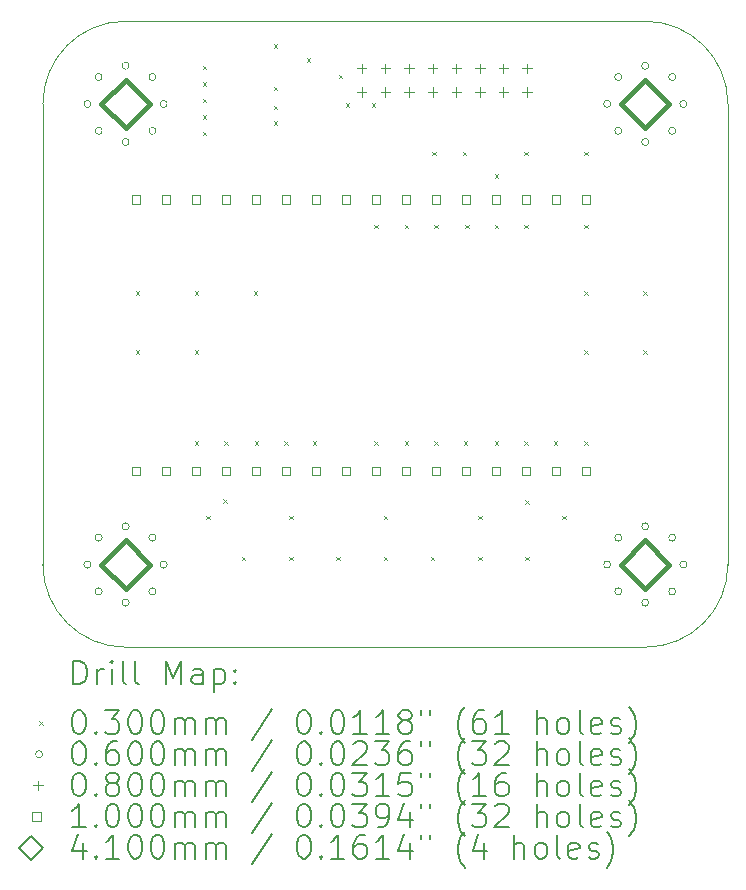
<source format=gbr>
%TF.GenerationSoftware,KiCad,Pcbnew,8.0.4*%
%TF.CreationDate,2024-08-09T00:15:10+02:00*%
%TF.ProjectId,ELE0124CL_control,454c4530-3132-4344-934c-5f636f6e7472,rev?*%
%TF.SameCoordinates,Original*%
%TF.FileFunction,Drillmap*%
%TF.FilePolarity,Positive*%
%FSLAX45Y45*%
G04 Gerber Fmt 4.5, Leading zero omitted, Abs format (unit mm)*
G04 Created by KiCad (PCBNEW 8.0.4) date 2024-08-09 00:15:10*
%MOMM*%
%LPD*%
G01*
G04 APERTURE LIST*
%ADD10C,0.050000*%
%ADD11C,0.200000*%
%ADD12C,0.100000*%
%ADD13C,0.410000*%
G04 APERTURE END LIST*
D10*
X10200000Y-9300000D02*
X10200000Y-5400000D01*
X10200000Y-5400000D02*
G75*
G02*
X10900000Y-4700000I700000J0D01*
G01*
X10900000Y-10000000D02*
G75*
G02*
X10200000Y-9300000I0J700000D01*
G01*
X16000000Y-9300000D02*
X16000000Y-5400000D01*
X10900000Y-4700000D02*
X15300000Y-4700000D01*
X15300000Y-4700000D02*
G75*
G02*
X16000000Y-5400000I0J-700000D01*
G01*
X10900000Y-10000000D02*
X15300000Y-10000000D01*
X16000000Y-9300000D02*
G75*
G02*
X15300000Y-10000000I-700000J0D01*
G01*
D11*
D12*
X10985000Y-6985000D02*
X11015000Y-7015000D01*
X11015000Y-6985000D02*
X10985000Y-7015000D01*
X10985000Y-7485000D02*
X11015000Y-7515000D01*
X11015000Y-7485000D02*
X10985000Y-7515000D01*
X11485000Y-6985000D02*
X11515000Y-7015000D01*
X11515000Y-6985000D02*
X11485000Y-7015000D01*
X11485000Y-7485000D02*
X11515000Y-7515000D01*
X11515000Y-7485000D02*
X11485000Y-7515000D01*
X11485000Y-8255000D02*
X11515000Y-8285000D01*
X11515000Y-8255000D02*
X11485000Y-8285000D01*
X11555000Y-5075000D02*
X11585000Y-5105000D01*
X11585000Y-5075000D02*
X11555000Y-5105000D01*
X11555000Y-5215000D02*
X11585000Y-5245000D01*
X11585000Y-5215000D02*
X11555000Y-5245000D01*
X11555000Y-5355000D02*
X11585000Y-5385000D01*
X11585000Y-5355000D02*
X11555000Y-5385000D01*
X11555000Y-5495000D02*
X11585000Y-5525000D01*
X11585000Y-5495000D02*
X11555000Y-5525000D01*
X11555000Y-5635000D02*
X11585000Y-5665000D01*
X11585000Y-5635000D02*
X11555000Y-5665000D01*
X11585000Y-8885000D02*
X11615000Y-8915000D01*
X11615000Y-8885000D02*
X11585000Y-8915000D01*
X11725000Y-8745000D02*
X11755000Y-8775000D01*
X11755000Y-8745000D02*
X11725000Y-8775000D01*
X11735000Y-8255000D02*
X11765000Y-8285000D01*
X11765000Y-8255000D02*
X11735000Y-8285000D01*
X11885000Y-9235000D02*
X11915000Y-9265000D01*
X11915000Y-9235000D02*
X11885000Y-9265000D01*
X11985000Y-6985000D02*
X12015000Y-7015000D01*
X12015000Y-6985000D02*
X11985000Y-7015000D01*
X11995000Y-8255000D02*
X12025000Y-8285000D01*
X12025000Y-8255000D02*
X11995000Y-8285000D01*
X12155000Y-4895000D02*
X12185000Y-4925000D01*
X12185000Y-4895000D02*
X12155000Y-4925000D01*
X12155000Y-5255000D02*
X12185000Y-5285000D01*
X12185000Y-5255000D02*
X12155000Y-5285000D01*
X12155000Y-5415000D02*
X12185000Y-5445000D01*
X12185000Y-5415000D02*
X12155000Y-5445000D01*
X12155000Y-5545000D02*
X12185000Y-5575000D01*
X12185000Y-5545000D02*
X12155000Y-5575000D01*
X12245000Y-8255000D02*
X12275000Y-8285000D01*
X12275000Y-8255000D02*
X12245000Y-8285000D01*
X12285000Y-8885000D02*
X12315000Y-8915000D01*
X12315000Y-8885000D02*
X12285000Y-8915000D01*
X12285000Y-9235000D02*
X12315000Y-9265000D01*
X12315000Y-9235000D02*
X12285000Y-9265000D01*
X12435000Y-5015000D02*
X12465000Y-5045000D01*
X12465000Y-5015000D02*
X12435000Y-5045000D01*
X12485000Y-8255000D02*
X12515000Y-8285000D01*
X12515000Y-8255000D02*
X12485000Y-8285000D01*
X12685000Y-9235000D02*
X12715000Y-9265000D01*
X12715000Y-9235000D02*
X12685000Y-9265000D01*
X12705000Y-5155000D02*
X12735000Y-5185000D01*
X12735000Y-5155000D02*
X12705000Y-5185000D01*
X12765000Y-5395000D02*
X12795000Y-5425000D01*
X12795000Y-5395000D02*
X12765000Y-5425000D01*
X12985000Y-5395000D02*
X13015000Y-5425000D01*
X13015000Y-5395000D02*
X12985000Y-5425000D01*
X13005000Y-6425000D02*
X13035000Y-6455000D01*
X13035000Y-6425000D02*
X13005000Y-6455000D01*
X13005000Y-8255000D02*
X13035000Y-8285000D01*
X13035000Y-8255000D02*
X13005000Y-8285000D01*
X13085000Y-8885000D02*
X13115000Y-8915000D01*
X13115000Y-8885000D02*
X13085000Y-8915000D01*
X13085000Y-9235000D02*
X13115000Y-9265000D01*
X13115000Y-9235000D02*
X13085000Y-9265000D01*
X13265000Y-6425000D02*
X13295000Y-6455000D01*
X13295000Y-6425000D02*
X13265000Y-6455000D01*
X13265000Y-8255000D02*
X13295000Y-8285000D01*
X13295000Y-8255000D02*
X13265000Y-8285000D01*
X13485000Y-9235000D02*
X13515000Y-9265000D01*
X13515000Y-9235000D02*
X13485000Y-9265000D01*
X13495000Y-5805000D02*
X13525000Y-5835000D01*
X13525000Y-5805000D02*
X13495000Y-5835000D01*
X13515000Y-6425000D02*
X13545000Y-6455000D01*
X13545000Y-6425000D02*
X13515000Y-6455000D01*
X13515000Y-8255000D02*
X13545000Y-8285000D01*
X13545000Y-8255000D02*
X13515000Y-8285000D01*
X13755000Y-5805000D02*
X13785000Y-5835000D01*
X13785000Y-5805000D02*
X13755000Y-5835000D01*
X13765000Y-8255000D02*
X13795000Y-8285000D01*
X13795000Y-8255000D02*
X13765000Y-8285000D01*
X13775000Y-6425000D02*
X13805000Y-6455000D01*
X13805000Y-6425000D02*
X13775000Y-6455000D01*
X13885000Y-8885000D02*
X13915000Y-8915000D01*
X13915000Y-8885000D02*
X13885000Y-8915000D01*
X13885000Y-9235000D02*
X13915000Y-9265000D01*
X13915000Y-9235000D02*
X13885000Y-9265000D01*
X14025000Y-5995000D02*
X14055000Y-6025000D01*
X14055000Y-5995000D02*
X14025000Y-6025000D01*
X14025000Y-6425000D02*
X14055000Y-6455000D01*
X14055000Y-6425000D02*
X14025000Y-6455000D01*
X14025000Y-8255000D02*
X14055000Y-8285000D01*
X14055000Y-8255000D02*
X14025000Y-8285000D01*
X14275000Y-5805000D02*
X14305000Y-5835000D01*
X14305000Y-5805000D02*
X14275000Y-5835000D01*
X14275000Y-6425000D02*
X14305000Y-6455000D01*
X14305000Y-6425000D02*
X14275000Y-6455000D01*
X14275000Y-8255000D02*
X14305000Y-8285000D01*
X14305000Y-8255000D02*
X14275000Y-8285000D01*
X14285000Y-8755000D02*
X14315000Y-8785000D01*
X14315000Y-8755000D02*
X14285000Y-8785000D01*
X14285000Y-9235000D02*
X14315000Y-9265000D01*
X14315000Y-9235000D02*
X14285000Y-9265000D01*
X14525000Y-8255000D02*
X14555000Y-8285000D01*
X14555000Y-8255000D02*
X14525000Y-8285000D01*
X14595000Y-8885000D02*
X14625000Y-8915000D01*
X14625000Y-8885000D02*
X14595000Y-8915000D01*
X14785000Y-5805000D02*
X14815000Y-5835000D01*
X14815000Y-5805000D02*
X14785000Y-5835000D01*
X14785000Y-6425000D02*
X14815000Y-6455000D01*
X14815000Y-6425000D02*
X14785000Y-6455000D01*
X14785000Y-6985000D02*
X14815000Y-7015000D01*
X14815000Y-6985000D02*
X14785000Y-7015000D01*
X14785000Y-7485000D02*
X14815000Y-7515000D01*
X14815000Y-7485000D02*
X14785000Y-7515000D01*
X14785000Y-8255000D02*
X14815000Y-8285000D01*
X14815000Y-8255000D02*
X14785000Y-8285000D01*
X15285000Y-6985000D02*
X15315000Y-7015000D01*
X15315000Y-6985000D02*
X15285000Y-7015000D01*
X15285000Y-7485000D02*
X15315000Y-7515000D01*
X15315000Y-7485000D02*
X15285000Y-7515000D01*
X10607500Y-5400000D02*
G75*
G02*
X10547500Y-5400000I-30000J0D01*
G01*
X10547500Y-5400000D02*
G75*
G02*
X10607500Y-5400000I30000J0D01*
G01*
X10607500Y-9300000D02*
G75*
G02*
X10547500Y-9300000I-30000J0D01*
G01*
X10547500Y-9300000D02*
G75*
G02*
X10607500Y-9300000I30000J0D01*
G01*
X10701958Y-5171958D02*
G75*
G02*
X10641958Y-5171958I-30000J0D01*
G01*
X10641958Y-5171958D02*
G75*
G02*
X10701958Y-5171958I30000J0D01*
G01*
X10701958Y-5628042D02*
G75*
G02*
X10641958Y-5628042I-30000J0D01*
G01*
X10641958Y-5628042D02*
G75*
G02*
X10701958Y-5628042I30000J0D01*
G01*
X10701958Y-9071958D02*
G75*
G02*
X10641958Y-9071958I-30000J0D01*
G01*
X10641958Y-9071958D02*
G75*
G02*
X10701958Y-9071958I30000J0D01*
G01*
X10701958Y-9528042D02*
G75*
G02*
X10641958Y-9528042I-30000J0D01*
G01*
X10641958Y-9528042D02*
G75*
G02*
X10701958Y-9528042I30000J0D01*
G01*
X10930000Y-5077500D02*
G75*
G02*
X10870000Y-5077500I-30000J0D01*
G01*
X10870000Y-5077500D02*
G75*
G02*
X10930000Y-5077500I30000J0D01*
G01*
X10930000Y-5722500D02*
G75*
G02*
X10870000Y-5722500I-30000J0D01*
G01*
X10870000Y-5722500D02*
G75*
G02*
X10930000Y-5722500I30000J0D01*
G01*
X10930000Y-8977500D02*
G75*
G02*
X10870000Y-8977500I-30000J0D01*
G01*
X10870000Y-8977500D02*
G75*
G02*
X10930000Y-8977500I30000J0D01*
G01*
X10930000Y-9622500D02*
G75*
G02*
X10870000Y-9622500I-30000J0D01*
G01*
X10870000Y-9622500D02*
G75*
G02*
X10930000Y-9622500I30000J0D01*
G01*
X11158042Y-5171958D02*
G75*
G02*
X11098042Y-5171958I-30000J0D01*
G01*
X11098042Y-5171958D02*
G75*
G02*
X11158042Y-5171958I30000J0D01*
G01*
X11158042Y-5628042D02*
G75*
G02*
X11098042Y-5628042I-30000J0D01*
G01*
X11098042Y-5628042D02*
G75*
G02*
X11158042Y-5628042I30000J0D01*
G01*
X11158042Y-9071958D02*
G75*
G02*
X11098042Y-9071958I-30000J0D01*
G01*
X11098042Y-9071958D02*
G75*
G02*
X11158042Y-9071958I30000J0D01*
G01*
X11158042Y-9528042D02*
G75*
G02*
X11098042Y-9528042I-30000J0D01*
G01*
X11098042Y-9528042D02*
G75*
G02*
X11158042Y-9528042I30000J0D01*
G01*
X11252500Y-5400000D02*
G75*
G02*
X11192500Y-5400000I-30000J0D01*
G01*
X11192500Y-5400000D02*
G75*
G02*
X11252500Y-5400000I30000J0D01*
G01*
X11252500Y-9300000D02*
G75*
G02*
X11192500Y-9300000I-30000J0D01*
G01*
X11192500Y-9300000D02*
G75*
G02*
X11252500Y-9300000I30000J0D01*
G01*
X15007500Y-5400000D02*
G75*
G02*
X14947500Y-5400000I-30000J0D01*
G01*
X14947500Y-5400000D02*
G75*
G02*
X15007500Y-5400000I30000J0D01*
G01*
X15007500Y-9300000D02*
G75*
G02*
X14947500Y-9300000I-30000J0D01*
G01*
X14947500Y-9300000D02*
G75*
G02*
X15007500Y-9300000I30000J0D01*
G01*
X15101958Y-5171958D02*
G75*
G02*
X15041958Y-5171958I-30000J0D01*
G01*
X15041958Y-5171958D02*
G75*
G02*
X15101958Y-5171958I30000J0D01*
G01*
X15101958Y-5628042D02*
G75*
G02*
X15041958Y-5628042I-30000J0D01*
G01*
X15041958Y-5628042D02*
G75*
G02*
X15101958Y-5628042I30000J0D01*
G01*
X15101958Y-9071958D02*
G75*
G02*
X15041958Y-9071958I-30000J0D01*
G01*
X15041958Y-9071958D02*
G75*
G02*
X15101958Y-9071958I30000J0D01*
G01*
X15101958Y-9528042D02*
G75*
G02*
X15041958Y-9528042I-30000J0D01*
G01*
X15041958Y-9528042D02*
G75*
G02*
X15101958Y-9528042I30000J0D01*
G01*
X15330000Y-5077500D02*
G75*
G02*
X15270000Y-5077500I-30000J0D01*
G01*
X15270000Y-5077500D02*
G75*
G02*
X15330000Y-5077500I30000J0D01*
G01*
X15330000Y-5722500D02*
G75*
G02*
X15270000Y-5722500I-30000J0D01*
G01*
X15270000Y-5722500D02*
G75*
G02*
X15330000Y-5722500I30000J0D01*
G01*
X15330000Y-8977500D02*
G75*
G02*
X15270000Y-8977500I-30000J0D01*
G01*
X15270000Y-8977500D02*
G75*
G02*
X15330000Y-8977500I30000J0D01*
G01*
X15330000Y-9622500D02*
G75*
G02*
X15270000Y-9622500I-30000J0D01*
G01*
X15270000Y-9622500D02*
G75*
G02*
X15330000Y-9622500I30000J0D01*
G01*
X15558042Y-5171958D02*
G75*
G02*
X15498042Y-5171958I-30000J0D01*
G01*
X15498042Y-5171958D02*
G75*
G02*
X15558042Y-5171958I30000J0D01*
G01*
X15558042Y-5628042D02*
G75*
G02*
X15498042Y-5628042I-30000J0D01*
G01*
X15498042Y-5628042D02*
G75*
G02*
X15558042Y-5628042I30000J0D01*
G01*
X15558042Y-9071958D02*
G75*
G02*
X15498042Y-9071958I-30000J0D01*
G01*
X15498042Y-9071958D02*
G75*
G02*
X15558042Y-9071958I30000J0D01*
G01*
X15558042Y-9528042D02*
G75*
G02*
X15498042Y-9528042I-30000J0D01*
G01*
X15498042Y-9528042D02*
G75*
G02*
X15558042Y-9528042I30000J0D01*
G01*
X15652500Y-5400000D02*
G75*
G02*
X15592500Y-5400000I-30000J0D01*
G01*
X15592500Y-5400000D02*
G75*
G02*
X15652500Y-5400000I30000J0D01*
G01*
X15652500Y-9300000D02*
G75*
G02*
X15592500Y-9300000I-30000J0D01*
G01*
X15592500Y-9300000D02*
G75*
G02*
X15652500Y-9300000I30000J0D01*
G01*
X12900000Y-5060000D02*
X12900000Y-5140000D01*
X12860000Y-5100000D02*
X12940000Y-5100000D01*
X12900000Y-5260000D02*
X12900000Y-5340000D01*
X12860000Y-5300000D02*
X12940000Y-5300000D01*
X13100000Y-5060000D02*
X13100000Y-5140000D01*
X13060000Y-5100000D02*
X13140000Y-5100000D01*
X13100000Y-5260000D02*
X13100000Y-5340000D01*
X13060000Y-5300000D02*
X13140000Y-5300000D01*
X13300000Y-5060000D02*
X13300000Y-5140000D01*
X13260000Y-5100000D02*
X13340000Y-5100000D01*
X13300000Y-5260000D02*
X13300000Y-5340000D01*
X13260000Y-5300000D02*
X13340000Y-5300000D01*
X13500000Y-5060000D02*
X13500000Y-5140000D01*
X13460000Y-5100000D02*
X13540000Y-5100000D01*
X13500000Y-5260000D02*
X13500000Y-5340000D01*
X13460000Y-5300000D02*
X13540000Y-5300000D01*
X13700000Y-5060000D02*
X13700000Y-5140000D01*
X13660000Y-5100000D02*
X13740000Y-5100000D01*
X13700000Y-5260000D02*
X13700000Y-5340000D01*
X13660000Y-5300000D02*
X13740000Y-5300000D01*
X13900000Y-5060000D02*
X13900000Y-5140000D01*
X13860000Y-5100000D02*
X13940000Y-5100000D01*
X13900000Y-5260000D02*
X13900000Y-5340000D01*
X13860000Y-5300000D02*
X13940000Y-5300000D01*
X14100000Y-5060000D02*
X14100000Y-5140000D01*
X14060000Y-5100000D02*
X14140000Y-5100000D01*
X14100000Y-5260000D02*
X14100000Y-5340000D01*
X14060000Y-5300000D02*
X14140000Y-5300000D01*
X14300000Y-5060000D02*
X14300000Y-5140000D01*
X14260000Y-5100000D02*
X14340000Y-5100000D01*
X14300000Y-5260000D02*
X14300000Y-5340000D01*
X14260000Y-5300000D02*
X14340000Y-5300000D01*
X11025356Y-6245356D02*
X11025356Y-6174644D01*
X10954644Y-6174644D01*
X10954644Y-6245356D01*
X11025356Y-6245356D01*
X11025356Y-8545356D02*
X11025356Y-8474644D01*
X10954644Y-8474644D01*
X10954644Y-8545356D01*
X11025356Y-8545356D01*
X11279356Y-6245356D02*
X11279356Y-6174644D01*
X11208644Y-6174644D01*
X11208644Y-6245356D01*
X11279356Y-6245356D01*
X11279356Y-8545356D02*
X11279356Y-8474644D01*
X11208644Y-8474644D01*
X11208644Y-8545356D01*
X11279356Y-8545356D01*
X11533356Y-6245356D02*
X11533356Y-6174644D01*
X11462644Y-6174644D01*
X11462644Y-6245356D01*
X11533356Y-6245356D01*
X11533356Y-8545356D02*
X11533356Y-8474644D01*
X11462644Y-8474644D01*
X11462644Y-8545356D01*
X11533356Y-8545356D01*
X11787356Y-6245356D02*
X11787356Y-6174644D01*
X11716644Y-6174644D01*
X11716644Y-6245356D01*
X11787356Y-6245356D01*
X11787356Y-8545356D02*
X11787356Y-8474644D01*
X11716644Y-8474644D01*
X11716644Y-8545356D01*
X11787356Y-8545356D01*
X12041356Y-6245356D02*
X12041356Y-6174644D01*
X11970644Y-6174644D01*
X11970644Y-6245356D01*
X12041356Y-6245356D01*
X12041356Y-8545356D02*
X12041356Y-8474644D01*
X11970644Y-8474644D01*
X11970644Y-8545356D01*
X12041356Y-8545356D01*
X12295356Y-6245356D02*
X12295356Y-6174644D01*
X12224644Y-6174644D01*
X12224644Y-6245356D01*
X12295356Y-6245356D01*
X12295356Y-8545356D02*
X12295356Y-8474644D01*
X12224644Y-8474644D01*
X12224644Y-8545356D01*
X12295356Y-8545356D01*
X12549356Y-6245356D02*
X12549356Y-6174644D01*
X12478644Y-6174644D01*
X12478644Y-6245356D01*
X12549356Y-6245356D01*
X12549356Y-8545356D02*
X12549356Y-8474644D01*
X12478644Y-8474644D01*
X12478644Y-8545356D01*
X12549356Y-8545356D01*
X12803356Y-6245356D02*
X12803356Y-6174644D01*
X12732644Y-6174644D01*
X12732644Y-6245356D01*
X12803356Y-6245356D01*
X12803356Y-8545356D02*
X12803356Y-8474644D01*
X12732644Y-8474644D01*
X12732644Y-8545356D01*
X12803356Y-8545356D01*
X13057356Y-6245356D02*
X13057356Y-6174644D01*
X12986644Y-6174644D01*
X12986644Y-6245356D01*
X13057356Y-6245356D01*
X13057356Y-8545356D02*
X13057356Y-8474644D01*
X12986644Y-8474644D01*
X12986644Y-8545356D01*
X13057356Y-8545356D01*
X13311356Y-6245356D02*
X13311356Y-6174644D01*
X13240644Y-6174644D01*
X13240644Y-6245356D01*
X13311356Y-6245356D01*
X13311356Y-8545356D02*
X13311356Y-8474644D01*
X13240644Y-8474644D01*
X13240644Y-8545356D01*
X13311356Y-8545356D01*
X13565356Y-6245356D02*
X13565356Y-6174644D01*
X13494644Y-6174644D01*
X13494644Y-6245356D01*
X13565356Y-6245356D01*
X13565356Y-8545356D02*
X13565356Y-8474644D01*
X13494644Y-8474644D01*
X13494644Y-8545356D01*
X13565356Y-8545356D01*
X13819356Y-6245356D02*
X13819356Y-6174644D01*
X13748644Y-6174644D01*
X13748644Y-6245356D01*
X13819356Y-6245356D01*
X13819356Y-8545356D02*
X13819356Y-8474644D01*
X13748644Y-8474644D01*
X13748644Y-8545356D01*
X13819356Y-8545356D01*
X14073356Y-6245356D02*
X14073356Y-6174644D01*
X14002644Y-6174644D01*
X14002644Y-6245356D01*
X14073356Y-6245356D01*
X14073356Y-8545356D02*
X14073356Y-8474644D01*
X14002644Y-8474644D01*
X14002644Y-8545356D01*
X14073356Y-8545356D01*
X14327356Y-6245356D02*
X14327356Y-6174644D01*
X14256644Y-6174644D01*
X14256644Y-6245356D01*
X14327356Y-6245356D01*
X14327356Y-8545356D02*
X14327356Y-8474644D01*
X14256644Y-8474644D01*
X14256644Y-8545356D01*
X14327356Y-8545356D01*
X14581356Y-6245356D02*
X14581356Y-6174644D01*
X14510644Y-6174644D01*
X14510644Y-6245356D01*
X14581356Y-6245356D01*
X14581356Y-8545356D02*
X14581356Y-8474644D01*
X14510644Y-8474644D01*
X14510644Y-8545356D01*
X14581356Y-8545356D01*
X14835356Y-6245356D02*
X14835356Y-6174644D01*
X14764644Y-6174644D01*
X14764644Y-6245356D01*
X14835356Y-6245356D01*
X14835356Y-8545356D02*
X14835356Y-8474644D01*
X14764644Y-8474644D01*
X14764644Y-8545356D01*
X14835356Y-8545356D01*
D13*
X10900000Y-5605000D02*
X11105000Y-5400000D01*
X10900000Y-5195000D01*
X10695000Y-5400000D01*
X10900000Y-5605000D01*
X10900000Y-9505000D02*
X11105000Y-9300000D01*
X10900000Y-9095000D01*
X10695000Y-9300000D01*
X10900000Y-9505000D01*
X15300000Y-5605000D02*
X15505000Y-5400000D01*
X15300000Y-5195000D01*
X15095000Y-5400000D01*
X15300000Y-5605000D01*
X15300000Y-9505000D02*
X15505000Y-9300000D01*
X15300000Y-9095000D01*
X15095000Y-9300000D01*
X15300000Y-9505000D01*
D11*
X10458277Y-10313984D02*
X10458277Y-10113984D01*
X10458277Y-10113984D02*
X10505896Y-10113984D01*
X10505896Y-10113984D02*
X10534467Y-10123508D01*
X10534467Y-10123508D02*
X10553515Y-10142555D01*
X10553515Y-10142555D02*
X10563039Y-10161603D01*
X10563039Y-10161603D02*
X10572563Y-10199698D01*
X10572563Y-10199698D02*
X10572563Y-10228270D01*
X10572563Y-10228270D02*
X10563039Y-10266365D01*
X10563039Y-10266365D02*
X10553515Y-10285412D01*
X10553515Y-10285412D02*
X10534467Y-10304460D01*
X10534467Y-10304460D02*
X10505896Y-10313984D01*
X10505896Y-10313984D02*
X10458277Y-10313984D01*
X10658277Y-10313984D02*
X10658277Y-10180650D01*
X10658277Y-10218746D02*
X10667801Y-10199698D01*
X10667801Y-10199698D02*
X10677324Y-10190174D01*
X10677324Y-10190174D02*
X10696372Y-10180650D01*
X10696372Y-10180650D02*
X10715420Y-10180650D01*
X10782086Y-10313984D02*
X10782086Y-10180650D01*
X10782086Y-10113984D02*
X10772563Y-10123508D01*
X10772563Y-10123508D02*
X10782086Y-10133031D01*
X10782086Y-10133031D02*
X10791610Y-10123508D01*
X10791610Y-10123508D02*
X10782086Y-10113984D01*
X10782086Y-10113984D02*
X10782086Y-10133031D01*
X10905896Y-10313984D02*
X10886848Y-10304460D01*
X10886848Y-10304460D02*
X10877324Y-10285412D01*
X10877324Y-10285412D02*
X10877324Y-10113984D01*
X11010658Y-10313984D02*
X10991610Y-10304460D01*
X10991610Y-10304460D02*
X10982086Y-10285412D01*
X10982086Y-10285412D02*
X10982086Y-10113984D01*
X11239229Y-10313984D02*
X11239229Y-10113984D01*
X11239229Y-10113984D02*
X11305896Y-10256841D01*
X11305896Y-10256841D02*
X11372562Y-10113984D01*
X11372562Y-10113984D02*
X11372562Y-10313984D01*
X11553515Y-10313984D02*
X11553515Y-10209222D01*
X11553515Y-10209222D02*
X11543991Y-10190174D01*
X11543991Y-10190174D02*
X11524943Y-10180650D01*
X11524943Y-10180650D02*
X11486848Y-10180650D01*
X11486848Y-10180650D02*
X11467801Y-10190174D01*
X11553515Y-10304460D02*
X11534467Y-10313984D01*
X11534467Y-10313984D02*
X11486848Y-10313984D01*
X11486848Y-10313984D02*
X11467801Y-10304460D01*
X11467801Y-10304460D02*
X11458277Y-10285412D01*
X11458277Y-10285412D02*
X11458277Y-10266365D01*
X11458277Y-10266365D02*
X11467801Y-10247317D01*
X11467801Y-10247317D02*
X11486848Y-10237793D01*
X11486848Y-10237793D02*
X11534467Y-10237793D01*
X11534467Y-10237793D02*
X11553515Y-10228270D01*
X11648753Y-10180650D02*
X11648753Y-10380650D01*
X11648753Y-10190174D02*
X11667801Y-10180650D01*
X11667801Y-10180650D02*
X11705896Y-10180650D01*
X11705896Y-10180650D02*
X11724943Y-10190174D01*
X11724943Y-10190174D02*
X11734467Y-10199698D01*
X11734467Y-10199698D02*
X11743991Y-10218746D01*
X11743991Y-10218746D02*
X11743991Y-10275889D01*
X11743991Y-10275889D02*
X11734467Y-10294936D01*
X11734467Y-10294936D02*
X11724943Y-10304460D01*
X11724943Y-10304460D02*
X11705896Y-10313984D01*
X11705896Y-10313984D02*
X11667801Y-10313984D01*
X11667801Y-10313984D02*
X11648753Y-10304460D01*
X11829705Y-10294936D02*
X11839229Y-10304460D01*
X11839229Y-10304460D02*
X11829705Y-10313984D01*
X11829705Y-10313984D02*
X11820182Y-10304460D01*
X11820182Y-10304460D02*
X11829705Y-10294936D01*
X11829705Y-10294936D02*
X11829705Y-10313984D01*
X11829705Y-10190174D02*
X11839229Y-10199698D01*
X11839229Y-10199698D02*
X11829705Y-10209222D01*
X11829705Y-10209222D02*
X11820182Y-10199698D01*
X11820182Y-10199698D02*
X11829705Y-10190174D01*
X11829705Y-10190174D02*
X11829705Y-10209222D01*
D12*
X10167500Y-10627500D02*
X10197500Y-10657500D01*
X10197500Y-10627500D02*
X10167500Y-10657500D01*
D11*
X10496372Y-10533984D02*
X10515420Y-10533984D01*
X10515420Y-10533984D02*
X10534467Y-10543508D01*
X10534467Y-10543508D02*
X10543991Y-10553031D01*
X10543991Y-10553031D02*
X10553515Y-10572079D01*
X10553515Y-10572079D02*
X10563039Y-10610174D01*
X10563039Y-10610174D02*
X10563039Y-10657793D01*
X10563039Y-10657793D02*
X10553515Y-10695889D01*
X10553515Y-10695889D02*
X10543991Y-10714936D01*
X10543991Y-10714936D02*
X10534467Y-10724460D01*
X10534467Y-10724460D02*
X10515420Y-10733984D01*
X10515420Y-10733984D02*
X10496372Y-10733984D01*
X10496372Y-10733984D02*
X10477324Y-10724460D01*
X10477324Y-10724460D02*
X10467801Y-10714936D01*
X10467801Y-10714936D02*
X10458277Y-10695889D01*
X10458277Y-10695889D02*
X10448753Y-10657793D01*
X10448753Y-10657793D02*
X10448753Y-10610174D01*
X10448753Y-10610174D02*
X10458277Y-10572079D01*
X10458277Y-10572079D02*
X10467801Y-10553031D01*
X10467801Y-10553031D02*
X10477324Y-10543508D01*
X10477324Y-10543508D02*
X10496372Y-10533984D01*
X10648753Y-10714936D02*
X10658277Y-10724460D01*
X10658277Y-10724460D02*
X10648753Y-10733984D01*
X10648753Y-10733984D02*
X10639229Y-10724460D01*
X10639229Y-10724460D02*
X10648753Y-10714936D01*
X10648753Y-10714936D02*
X10648753Y-10733984D01*
X10724944Y-10533984D02*
X10848753Y-10533984D01*
X10848753Y-10533984D02*
X10782086Y-10610174D01*
X10782086Y-10610174D02*
X10810658Y-10610174D01*
X10810658Y-10610174D02*
X10829705Y-10619698D01*
X10829705Y-10619698D02*
X10839229Y-10629222D01*
X10839229Y-10629222D02*
X10848753Y-10648270D01*
X10848753Y-10648270D02*
X10848753Y-10695889D01*
X10848753Y-10695889D02*
X10839229Y-10714936D01*
X10839229Y-10714936D02*
X10829705Y-10724460D01*
X10829705Y-10724460D02*
X10810658Y-10733984D01*
X10810658Y-10733984D02*
X10753515Y-10733984D01*
X10753515Y-10733984D02*
X10734467Y-10724460D01*
X10734467Y-10724460D02*
X10724944Y-10714936D01*
X10972563Y-10533984D02*
X10991610Y-10533984D01*
X10991610Y-10533984D02*
X11010658Y-10543508D01*
X11010658Y-10543508D02*
X11020182Y-10553031D01*
X11020182Y-10553031D02*
X11029705Y-10572079D01*
X11029705Y-10572079D02*
X11039229Y-10610174D01*
X11039229Y-10610174D02*
X11039229Y-10657793D01*
X11039229Y-10657793D02*
X11029705Y-10695889D01*
X11029705Y-10695889D02*
X11020182Y-10714936D01*
X11020182Y-10714936D02*
X11010658Y-10724460D01*
X11010658Y-10724460D02*
X10991610Y-10733984D01*
X10991610Y-10733984D02*
X10972563Y-10733984D01*
X10972563Y-10733984D02*
X10953515Y-10724460D01*
X10953515Y-10724460D02*
X10943991Y-10714936D01*
X10943991Y-10714936D02*
X10934467Y-10695889D01*
X10934467Y-10695889D02*
X10924944Y-10657793D01*
X10924944Y-10657793D02*
X10924944Y-10610174D01*
X10924944Y-10610174D02*
X10934467Y-10572079D01*
X10934467Y-10572079D02*
X10943991Y-10553031D01*
X10943991Y-10553031D02*
X10953515Y-10543508D01*
X10953515Y-10543508D02*
X10972563Y-10533984D01*
X11163039Y-10533984D02*
X11182086Y-10533984D01*
X11182086Y-10533984D02*
X11201134Y-10543508D01*
X11201134Y-10543508D02*
X11210658Y-10553031D01*
X11210658Y-10553031D02*
X11220182Y-10572079D01*
X11220182Y-10572079D02*
X11229705Y-10610174D01*
X11229705Y-10610174D02*
X11229705Y-10657793D01*
X11229705Y-10657793D02*
X11220182Y-10695889D01*
X11220182Y-10695889D02*
X11210658Y-10714936D01*
X11210658Y-10714936D02*
X11201134Y-10724460D01*
X11201134Y-10724460D02*
X11182086Y-10733984D01*
X11182086Y-10733984D02*
X11163039Y-10733984D01*
X11163039Y-10733984D02*
X11143991Y-10724460D01*
X11143991Y-10724460D02*
X11134467Y-10714936D01*
X11134467Y-10714936D02*
X11124944Y-10695889D01*
X11124944Y-10695889D02*
X11115420Y-10657793D01*
X11115420Y-10657793D02*
X11115420Y-10610174D01*
X11115420Y-10610174D02*
X11124944Y-10572079D01*
X11124944Y-10572079D02*
X11134467Y-10553031D01*
X11134467Y-10553031D02*
X11143991Y-10543508D01*
X11143991Y-10543508D02*
X11163039Y-10533984D01*
X11315420Y-10733984D02*
X11315420Y-10600650D01*
X11315420Y-10619698D02*
X11324943Y-10610174D01*
X11324943Y-10610174D02*
X11343991Y-10600650D01*
X11343991Y-10600650D02*
X11372563Y-10600650D01*
X11372563Y-10600650D02*
X11391610Y-10610174D01*
X11391610Y-10610174D02*
X11401134Y-10629222D01*
X11401134Y-10629222D02*
X11401134Y-10733984D01*
X11401134Y-10629222D02*
X11410658Y-10610174D01*
X11410658Y-10610174D02*
X11429705Y-10600650D01*
X11429705Y-10600650D02*
X11458277Y-10600650D01*
X11458277Y-10600650D02*
X11477324Y-10610174D01*
X11477324Y-10610174D02*
X11486848Y-10629222D01*
X11486848Y-10629222D02*
X11486848Y-10733984D01*
X11582086Y-10733984D02*
X11582086Y-10600650D01*
X11582086Y-10619698D02*
X11591610Y-10610174D01*
X11591610Y-10610174D02*
X11610658Y-10600650D01*
X11610658Y-10600650D02*
X11639229Y-10600650D01*
X11639229Y-10600650D02*
X11658277Y-10610174D01*
X11658277Y-10610174D02*
X11667801Y-10629222D01*
X11667801Y-10629222D02*
X11667801Y-10733984D01*
X11667801Y-10629222D02*
X11677324Y-10610174D01*
X11677324Y-10610174D02*
X11696372Y-10600650D01*
X11696372Y-10600650D02*
X11724943Y-10600650D01*
X11724943Y-10600650D02*
X11743991Y-10610174D01*
X11743991Y-10610174D02*
X11753515Y-10629222D01*
X11753515Y-10629222D02*
X11753515Y-10733984D01*
X12143991Y-10524460D02*
X11972563Y-10781603D01*
X12401134Y-10533984D02*
X12420182Y-10533984D01*
X12420182Y-10533984D02*
X12439229Y-10543508D01*
X12439229Y-10543508D02*
X12448753Y-10553031D01*
X12448753Y-10553031D02*
X12458277Y-10572079D01*
X12458277Y-10572079D02*
X12467801Y-10610174D01*
X12467801Y-10610174D02*
X12467801Y-10657793D01*
X12467801Y-10657793D02*
X12458277Y-10695889D01*
X12458277Y-10695889D02*
X12448753Y-10714936D01*
X12448753Y-10714936D02*
X12439229Y-10724460D01*
X12439229Y-10724460D02*
X12420182Y-10733984D01*
X12420182Y-10733984D02*
X12401134Y-10733984D01*
X12401134Y-10733984D02*
X12382086Y-10724460D01*
X12382086Y-10724460D02*
X12372563Y-10714936D01*
X12372563Y-10714936D02*
X12363039Y-10695889D01*
X12363039Y-10695889D02*
X12353515Y-10657793D01*
X12353515Y-10657793D02*
X12353515Y-10610174D01*
X12353515Y-10610174D02*
X12363039Y-10572079D01*
X12363039Y-10572079D02*
X12372563Y-10553031D01*
X12372563Y-10553031D02*
X12382086Y-10543508D01*
X12382086Y-10543508D02*
X12401134Y-10533984D01*
X12553515Y-10714936D02*
X12563039Y-10724460D01*
X12563039Y-10724460D02*
X12553515Y-10733984D01*
X12553515Y-10733984D02*
X12543991Y-10724460D01*
X12543991Y-10724460D02*
X12553515Y-10714936D01*
X12553515Y-10714936D02*
X12553515Y-10733984D01*
X12686848Y-10533984D02*
X12705896Y-10533984D01*
X12705896Y-10533984D02*
X12724944Y-10543508D01*
X12724944Y-10543508D02*
X12734467Y-10553031D01*
X12734467Y-10553031D02*
X12743991Y-10572079D01*
X12743991Y-10572079D02*
X12753515Y-10610174D01*
X12753515Y-10610174D02*
X12753515Y-10657793D01*
X12753515Y-10657793D02*
X12743991Y-10695889D01*
X12743991Y-10695889D02*
X12734467Y-10714936D01*
X12734467Y-10714936D02*
X12724944Y-10724460D01*
X12724944Y-10724460D02*
X12705896Y-10733984D01*
X12705896Y-10733984D02*
X12686848Y-10733984D01*
X12686848Y-10733984D02*
X12667801Y-10724460D01*
X12667801Y-10724460D02*
X12658277Y-10714936D01*
X12658277Y-10714936D02*
X12648753Y-10695889D01*
X12648753Y-10695889D02*
X12639229Y-10657793D01*
X12639229Y-10657793D02*
X12639229Y-10610174D01*
X12639229Y-10610174D02*
X12648753Y-10572079D01*
X12648753Y-10572079D02*
X12658277Y-10553031D01*
X12658277Y-10553031D02*
X12667801Y-10543508D01*
X12667801Y-10543508D02*
X12686848Y-10533984D01*
X12943991Y-10733984D02*
X12829706Y-10733984D01*
X12886848Y-10733984D02*
X12886848Y-10533984D01*
X12886848Y-10533984D02*
X12867801Y-10562555D01*
X12867801Y-10562555D02*
X12848753Y-10581603D01*
X12848753Y-10581603D02*
X12829706Y-10591127D01*
X13134467Y-10733984D02*
X13020182Y-10733984D01*
X13077325Y-10733984D02*
X13077325Y-10533984D01*
X13077325Y-10533984D02*
X13058277Y-10562555D01*
X13058277Y-10562555D02*
X13039229Y-10581603D01*
X13039229Y-10581603D02*
X13020182Y-10591127D01*
X13248753Y-10619698D02*
X13229706Y-10610174D01*
X13229706Y-10610174D02*
X13220182Y-10600650D01*
X13220182Y-10600650D02*
X13210658Y-10581603D01*
X13210658Y-10581603D02*
X13210658Y-10572079D01*
X13210658Y-10572079D02*
X13220182Y-10553031D01*
X13220182Y-10553031D02*
X13229706Y-10543508D01*
X13229706Y-10543508D02*
X13248753Y-10533984D01*
X13248753Y-10533984D02*
X13286848Y-10533984D01*
X13286848Y-10533984D02*
X13305896Y-10543508D01*
X13305896Y-10543508D02*
X13315420Y-10553031D01*
X13315420Y-10553031D02*
X13324944Y-10572079D01*
X13324944Y-10572079D02*
X13324944Y-10581603D01*
X13324944Y-10581603D02*
X13315420Y-10600650D01*
X13315420Y-10600650D02*
X13305896Y-10610174D01*
X13305896Y-10610174D02*
X13286848Y-10619698D01*
X13286848Y-10619698D02*
X13248753Y-10619698D01*
X13248753Y-10619698D02*
X13229706Y-10629222D01*
X13229706Y-10629222D02*
X13220182Y-10638746D01*
X13220182Y-10638746D02*
X13210658Y-10657793D01*
X13210658Y-10657793D02*
X13210658Y-10695889D01*
X13210658Y-10695889D02*
X13220182Y-10714936D01*
X13220182Y-10714936D02*
X13229706Y-10724460D01*
X13229706Y-10724460D02*
X13248753Y-10733984D01*
X13248753Y-10733984D02*
X13286848Y-10733984D01*
X13286848Y-10733984D02*
X13305896Y-10724460D01*
X13305896Y-10724460D02*
X13315420Y-10714936D01*
X13315420Y-10714936D02*
X13324944Y-10695889D01*
X13324944Y-10695889D02*
X13324944Y-10657793D01*
X13324944Y-10657793D02*
X13315420Y-10638746D01*
X13315420Y-10638746D02*
X13305896Y-10629222D01*
X13305896Y-10629222D02*
X13286848Y-10619698D01*
X13401134Y-10533984D02*
X13401134Y-10572079D01*
X13477325Y-10533984D02*
X13477325Y-10572079D01*
X13772563Y-10810174D02*
X13763039Y-10800650D01*
X13763039Y-10800650D02*
X13743991Y-10772079D01*
X13743991Y-10772079D02*
X13734468Y-10753031D01*
X13734468Y-10753031D02*
X13724944Y-10724460D01*
X13724944Y-10724460D02*
X13715420Y-10676841D01*
X13715420Y-10676841D02*
X13715420Y-10638746D01*
X13715420Y-10638746D02*
X13724944Y-10591127D01*
X13724944Y-10591127D02*
X13734468Y-10562555D01*
X13734468Y-10562555D02*
X13743991Y-10543508D01*
X13743991Y-10543508D02*
X13763039Y-10514936D01*
X13763039Y-10514936D02*
X13772563Y-10505412D01*
X13934468Y-10533984D02*
X13896372Y-10533984D01*
X13896372Y-10533984D02*
X13877325Y-10543508D01*
X13877325Y-10543508D02*
X13867801Y-10553031D01*
X13867801Y-10553031D02*
X13848753Y-10581603D01*
X13848753Y-10581603D02*
X13839229Y-10619698D01*
X13839229Y-10619698D02*
X13839229Y-10695889D01*
X13839229Y-10695889D02*
X13848753Y-10714936D01*
X13848753Y-10714936D02*
X13858277Y-10724460D01*
X13858277Y-10724460D02*
X13877325Y-10733984D01*
X13877325Y-10733984D02*
X13915420Y-10733984D01*
X13915420Y-10733984D02*
X13934468Y-10724460D01*
X13934468Y-10724460D02*
X13943991Y-10714936D01*
X13943991Y-10714936D02*
X13953515Y-10695889D01*
X13953515Y-10695889D02*
X13953515Y-10648270D01*
X13953515Y-10648270D02*
X13943991Y-10629222D01*
X13943991Y-10629222D02*
X13934468Y-10619698D01*
X13934468Y-10619698D02*
X13915420Y-10610174D01*
X13915420Y-10610174D02*
X13877325Y-10610174D01*
X13877325Y-10610174D02*
X13858277Y-10619698D01*
X13858277Y-10619698D02*
X13848753Y-10629222D01*
X13848753Y-10629222D02*
X13839229Y-10648270D01*
X14143991Y-10733984D02*
X14029706Y-10733984D01*
X14086848Y-10733984D02*
X14086848Y-10533984D01*
X14086848Y-10533984D02*
X14067801Y-10562555D01*
X14067801Y-10562555D02*
X14048753Y-10581603D01*
X14048753Y-10581603D02*
X14029706Y-10591127D01*
X14382087Y-10733984D02*
X14382087Y-10533984D01*
X14467801Y-10733984D02*
X14467801Y-10629222D01*
X14467801Y-10629222D02*
X14458277Y-10610174D01*
X14458277Y-10610174D02*
X14439230Y-10600650D01*
X14439230Y-10600650D02*
X14410658Y-10600650D01*
X14410658Y-10600650D02*
X14391610Y-10610174D01*
X14391610Y-10610174D02*
X14382087Y-10619698D01*
X14591610Y-10733984D02*
X14572563Y-10724460D01*
X14572563Y-10724460D02*
X14563039Y-10714936D01*
X14563039Y-10714936D02*
X14553515Y-10695889D01*
X14553515Y-10695889D02*
X14553515Y-10638746D01*
X14553515Y-10638746D02*
X14563039Y-10619698D01*
X14563039Y-10619698D02*
X14572563Y-10610174D01*
X14572563Y-10610174D02*
X14591610Y-10600650D01*
X14591610Y-10600650D02*
X14620182Y-10600650D01*
X14620182Y-10600650D02*
X14639230Y-10610174D01*
X14639230Y-10610174D02*
X14648753Y-10619698D01*
X14648753Y-10619698D02*
X14658277Y-10638746D01*
X14658277Y-10638746D02*
X14658277Y-10695889D01*
X14658277Y-10695889D02*
X14648753Y-10714936D01*
X14648753Y-10714936D02*
X14639230Y-10724460D01*
X14639230Y-10724460D02*
X14620182Y-10733984D01*
X14620182Y-10733984D02*
X14591610Y-10733984D01*
X14772563Y-10733984D02*
X14753515Y-10724460D01*
X14753515Y-10724460D02*
X14743991Y-10705412D01*
X14743991Y-10705412D02*
X14743991Y-10533984D01*
X14924944Y-10724460D02*
X14905896Y-10733984D01*
X14905896Y-10733984D02*
X14867801Y-10733984D01*
X14867801Y-10733984D02*
X14848753Y-10724460D01*
X14848753Y-10724460D02*
X14839230Y-10705412D01*
X14839230Y-10705412D02*
X14839230Y-10629222D01*
X14839230Y-10629222D02*
X14848753Y-10610174D01*
X14848753Y-10610174D02*
X14867801Y-10600650D01*
X14867801Y-10600650D02*
X14905896Y-10600650D01*
X14905896Y-10600650D02*
X14924944Y-10610174D01*
X14924944Y-10610174D02*
X14934468Y-10629222D01*
X14934468Y-10629222D02*
X14934468Y-10648270D01*
X14934468Y-10648270D02*
X14839230Y-10667317D01*
X15010658Y-10724460D02*
X15029706Y-10733984D01*
X15029706Y-10733984D02*
X15067801Y-10733984D01*
X15067801Y-10733984D02*
X15086849Y-10724460D01*
X15086849Y-10724460D02*
X15096372Y-10705412D01*
X15096372Y-10705412D02*
X15096372Y-10695889D01*
X15096372Y-10695889D02*
X15086849Y-10676841D01*
X15086849Y-10676841D02*
X15067801Y-10667317D01*
X15067801Y-10667317D02*
X15039230Y-10667317D01*
X15039230Y-10667317D02*
X15020182Y-10657793D01*
X15020182Y-10657793D02*
X15010658Y-10638746D01*
X15010658Y-10638746D02*
X15010658Y-10629222D01*
X15010658Y-10629222D02*
X15020182Y-10610174D01*
X15020182Y-10610174D02*
X15039230Y-10600650D01*
X15039230Y-10600650D02*
X15067801Y-10600650D01*
X15067801Y-10600650D02*
X15086849Y-10610174D01*
X15163039Y-10810174D02*
X15172563Y-10800650D01*
X15172563Y-10800650D02*
X15191611Y-10772079D01*
X15191611Y-10772079D02*
X15201134Y-10753031D01*
X15201134Y-10753031D02*
X15210658Y-10724460D01*
X15210658Y-10724460D02*
X15220182Y-10676841D01*
X15220182Y-10676841D02*
X15220182Y-10638746D01*
X15220182Y-10638746D02*
X15210658Y-10591127D01*
X15210658Y-10591127D02*
X15201134Y-10562555D01*
X15201134Y-10562555D02*
X15191611Y-10543508D01*
X15191611Y-10543508D02*
X15172563Y-10514936D01*
X15172563Y-10514936D02*
X15163039Y-10505412D01*
D12*
X10197500Y-10906500D02*
G75*
G02*
X10137500Y-10906500I-30000J0D01*
G01*
X10137500Y-10906500D02*
G75*
G02*
X10197500Y-10906500I30000J0D01*
G01*
D11*
X10496372Y-10797984D02*
X10515420Y-10797984D01*
X10515420Y-10797984D02*
X10534467Y-10807508D01*
X10534467Y-10807508D02*
X10543991Y-10817031D01*
X10543991Y-10817031D02*
X10553515Y-10836079D01*
X10553515Y-10836079D02*
X10563039Y-10874174D01*
X10563039Y-10874174D02*
X10563039Y-10921793D01*
X10563039Y-10921793D02*
X10553515Y-10959889D01*
X10553515Y-10959889D02*
X10543991Y-10978936D01*
X10543991Y-10978936D02*
X10534467Y-10988460D01*
X10534467Y-10988460D02*
X10515420Y-10997984D01*
X10515420Y-10997984D02*
X10496372Y-10997984D01*
X10496372Y-10997984D02*
X10477324Y-10988460D01*
X10477324Y-10988460D02*
X10467801Y-10978936D01*
X10467801Y-10978936D02*
X10458277Y-10959889D01*
X10458277Y-10959889D02*
X10448753Y-10921793D01*
X10448753Y-10921793D02*
X10448753Y-10874174D01*
X10448753Y-10874174D02*
X10458277Y-10836079D01*
X10458277Y-10836079D02*
X10467801Y-10817031D01*
X10467801Y-10817031D02*
X10477324Y-10807508D01*
X10477324Y-10807508D02*
X10496372Y-10797984D01*
X10648753Y-10978936D02*
X10658277Y-10988460D01*
X10658277Y-10988460D02*
X10648753Y-10997984D01*
X10648753Y-10997984D02*
X10639229Y-10988460D01*
X10639229Y-10988460D02*
X10648753Y-10978936D01*
X10648753Y-10978936D02*
X10648753Y-10997984D01*
X10829705Y-10797984D02*
X10791610Y-10797984D01*
X10791610Y-10797984D02*
X10772563Y-10807508D01*
X10772563Y-10807508D02*
X10763039Y-10817031D01*
X10763039Y-10817031D02*
X10743991Y-10845603D01*
X10743991Y-10845603D02*
X10734467Y-10883698D01*
X10734467Y-10883698D02*
X10734467Y-10959889D01*
X10734467Y-10959889D02*
X10743991Y-10978936D01*
X10743991Y-10978936D02*
X10753515Y-10988460D01*
X10753515Y-10988460D02*
X10772563Y-10997984D01*
X10772563Y-10997984D02*
X10810658Y-10997984D01*
X10810658Y-10997984D02*
X10829705Y-10988460D01*
X10829705Y-10988460D02*
X10839229Y-10978936D01*
X10839229Y-10978936D02*
X10848753Y-10959889D01*
X10848753Y-10959889D02*
X10848753Y-10912270D01*
X10848753Y-10912270D02*
X10839229Y-10893222D01*
X10839229Y-10893222D02*
X10829705Y-10883698D01*
X10829705Y-10883698D02*
X10810658Y-10874174D01*
X10810658Y-10874174D02*
X10772563Y-10874174D01*
X10772563Y-10874174D02*
X10753515Y-10883698D01*
X10753515Y-10883698D02*
X10743991Y-10893222D01*
X10743991Y-10893222D02*
X10734467Y-10912270D01*
X10972563Y-10797984D02*
X10991610Y-10797984D01*
X10991610Y-10797984D02*
X11010658Y-10807508D01*
X11010658Y-10807508D02*
X11020182Y-10817031D01*
X11020182Y-10817031D02*
X11029705Y-10836079D01*
X11029705Y-10836079D02*
X11039229Y-10874174D01*
X11039229Y-10874174D02*
X11039229Y-10921793D01*
X11039229Y-10921793D02*
X11029705Y-10959889D01*
X11029705Y-10959889D02*
X11020182Y-10978936D01*
X11020182Y-10978936D02*
X11010658Y-10988460D01*
X11010658Y-10988460D02*
X10991610Y-10997984D01*
X10991610Y-10997984D02*
X10972563Y-10997984D01*
X10972563Y-10997984D02*
X10953515Y-10988460D01*
X10953515Y-10988460D02*
X10943991Y-10978936D01*
X10943991Y-10978936D02*
X10934467Y-10959889D01*
X10934467Y-10959889D02*
X10924944Y-10921793D01*
X10924944Y-10921793D02*
X10924944Y-10874174D01*
X10924944Y-10874174D02*
X10934467Y-10836079D01*
X10934467Y-10836079D02*
X10943991Y-10817031D01*
X10943991Y-10817031D02*
X10953515Y-10807508D01*
X10953515Y-10807508D02*
X10972563Y-10797984D01*
X11163039Y-10797984D02*
X11182086Y-10797984D01*
X11182086Y-10797984D02*
X11201134Y-10807508D01*
X11201134Y-10807508D02*
X11210658Y-10817031D01*
X11210658Y-10817031D02*
X11220182Y-10836079D01*
X11220182Y-10836079D02*
X11229705Y-10874174D01*
X11229705Y-10874174D02*
X11229705Y-10921793D01*
X11229705Y-10921793D02*
X11220182Y-10959889D01*
X11220182Y-10959889D02*
X11210658Y-10978936D01*
X11210658Y-10978936D02*
X11201134Y-10988460D01*
X11201134Y-10988460D02*
X11182086Y-10997984D01*
X11182086Y-10997984D02*
X11163039Y-10997984D01*
X11163039Y-10997984D02*
X11143991Y-10988460D01*
X11143991Y-10988460D02*
X11134467Y-10978936D01*
X11134467Y-10978936D02*
X11124944Y-10959889D01*
X11124944Y-10959889D02*
X11115420Y-10921793D01*
X11115420Y-10921793D02*
X11115420Y-10874174D01*
X11115420Y-10874174D02*
X11124944Y-10836079D01*
X11124944Y-10836079D02*
X11134467Y-10817031D01*
X11134467Y-10817031D02*
X11143991Y-10807508D01*
X11143991Y-10807508D02*
X11163039Y-10797984D01*
X11315420Y-10997984D02*
X11315420Y-10864650D01*
X11315420Y-10883698D02*
X11324943Y-10874174D01*
X11324943Y-10874174D02*
X11343991Y-10864650D01*
X11343991Y-10864650D02*
X11372563Y-10864650D01*
X11372563Y-10864650D02*
X11391610Y-10874174D01*
X11391610Y-10874174D02*
X11401134Y-10893222D01*
X11401134Y-10893222D02*
X11401134Y-10997984D01*
X11401134Y-10893222D02*
X11410658Y-10874174D01*
X11410658Y-10874174D02*
X11429705Y-10864650D01*
X11429705Y-10864650D02*
X11458277Y-10864650D01*
X11458277Y-10864650D02*
X11477324Y-10874174D01*
X11477324Y-10874174D02*
X11486848Y-10893222D01*
X11486848Y-10893222D02*
X11486848Y-10997984D01*
X11582086Y-10997984D02*
X11582086Y-10864650D01*
X11582086Y-10883698D02*
X11591610Y-10874174D01*
X11591610Y-10874174D02*
X11610658Y-10864650D01*
X11610658Y-10864650D02*
X11639229Y-10864650D01*
X11639229Y-10864650D02*
X11658277Y-10874174D01*
X11658277Y-10874174D02*
X11667801Y-10893222D01*
X11667801Y-10893222D02*
X11667801Y-10997984D01*
X11667801Y-10893222D02*
X11677324Y-10874174D01*
X11677324Y-10874174D02*
X11696372Y-10864650D01*
X11696372Y-10864650D02*
X11724943Y-10864650D01*
X11724943Y-10864650D02*
X11743991Y-10874174D01*
X11743991Y-10874174D02*
X11753515Y-10893222D01*
X11753515Y-10893222D02*
X11753515Y-10997984D01*
X12143991Y-10788460D02*
X11972563Y-11045603D01*
X12401134Y-10797984D02*
X12420182Y-10797984D01*
X12420182Y-10797984D02*
X12439229Y-10807508D01*
X12439229Y-10807508D02*
X12448753Y-10817031D01*
X12448753Y-10817031D02*
X12458277Y-10836079D01*
X12458277Y-10836079D02*
X12467801Y-10874174D01*
X12467801Y-10874174D02*
X12467801Y-10921793D01*
X12467801Y-10921793D02*
X12458277Y-10959889D01*
X12458277Y-10959889D02*
X12448753Y-10978936D01*
X12448753Y-10978936D02*
X12439229Y-10988460D01*
X12439229Y-10988460D02*
X12420182Y-10997984D01*
X12420182Y-10997984D02*
X12401134Y-10997984D01*
X12401134Y-10997984D02*
X12382086Y-10988460D01*
X12382086Y-10988460D02*
X12372563Y-10978936D01*
X12372563Y-10978936D02*
X12363039Y-10959889D01*
X12363039Y-10959889D02*
X12353515Y-10921793D01*
X12353515Y-10921793D02*
X12353515Y-10874174D01*
X12353515Y-10874174D02*
X12363039Y-10836079D01*
X12363039Y-10836079D02*
X12372563Y-10817031D01*
X12372563Y-10817031D02*
X12382086Y-10807508D01*
X12382086Y-10807508D02*
X12401134Y-10797984D01*
X12553515Y-10978936D02*
X12563039Y-10988460D01*
X12563039Y-10988460D02*
X12553515Y-10997984D01*
X12553515Y-10997984D02*
X12543991Y-10988460D01*
X12543991Y-10988460D02*
X12553515Y-10978936D01*
X12553515Y-10978936D02*
X12553515Y-10997984D01*
X12686848Y-10797984D02*
X12705896Y-10797984D01*
X12705896Y-10797984D02*
X12724944Y-10807508D01*
X12724944Y-10807508D02*
X12734467Y-10817031D01*
X12734467Y-10817031D02*
X12743991Y-10836079D01*
X12743991Y-10836079D02*
X12753515Y-10874174D01*
X12753515Y-10874174D02*
X12753515Y-10921793D01*
X12753515Y-10921793D02*
X12743991Y-10959889D01*
X12743991Y-10959889D02*
X12734467Y-10978936D01*
X12734467Y-10978936D02*
X12724944Y-10988460D01*
X12724944Y-10988460D02*
X12705896Y-10997984D01*
X12705896Y-10997984D02*
X12686848Y-10997984D01*
X12686848Y-10997984D02*
X12667801Y-10988460D01*
X12667801Y-10988460D02*
X12658277Y-10978936D01*
X12658277Y-10978936D02*
X12648753Y-10959889D01*
X12648753Y-10959889D02*
X12639229Y-10921793D01*
X12639229Y-10921793D02*
X12639229Y-10874174D01*
X12639229Y-10874174D02*
X12648753Y-10836079D01*
X12648753Y-10836079D02*
X12658277Y-10817031D01*
X12658277Y-10817031D02*
X12667801Y-10807508D01*
X12667801Y-10807508D02*
X12686848Y-10797984D01*
X12829706Y-10817031D02*
X12839229Y-10807508D01*
X12839229Y-10807508D02*
X12858277Y-10797984D01*
X12858277Y-10797984D02*
X12905896Y-10797984D01*
X12905896Y-10797984D02*
X12924944Y-10807508D01*
X12924944Y-10807508D02*
X12934467Y-10817031D01*
X12934467Y-10817031D02*
X12943991Y-10836079D01*
X12943991Y-10836079D02*
X12943991Y-10855127D01*
X12943991Y-10855127D02*
X12934467Y-10883698D01*
X12934467Y-10883698D02*
X12820182Y-10997984D01*
X12820182Y-10997984D02*
X12943991Y-10997984D01*
X13010658Y-10797984D02*
X13134467Y-10797984D01*
X13134467Y-10797984D02*
X13067801Y-10874174D01*
X13067801Y-10874174D02*
X13096372Y-10874174D01*
X13096372Y-10874174D02*
X13115420Y-10883698D01*
X13115420Y-10883698D02*
X13124944Y-10893222D01*
X13124944Y-10893222D02*
X13134467Y-10912270D01*
X13134467Y-10912270D02*
X13134467Y-10959889D01*
X13134467Y-10959889D02*
X13124944Y-10978936D01*
X13124944Y-10978936D02*
X13115420Y-10988460D01*
X13115420Y-10988460D02*
X13096372Y-10997984D01*
X13096372Y-10997984D02*
X13039229Y-10997984D01*
X13039229Y-10997984D02*
X13020182Y-10988460D01*
X13020182Y-10988460D02*
X13010658Y-10978936D01*
X13305896Y-10797984D02*
X13267801Y-10797984D01*
X13267801Y-10797984D02*
X13248753Y-10807508D01*
X13248753Y-10807508D02*
X13239229Y-10817031D01*
X13239229Y-10817031D02*
X13220182Y-10845603D01*
X13220182Y-10845603D02*
X13210658Y-10883698D01*
X13210658Y-10883698D02*
X13210658Y-10959889D01*
X13210658Y-10959889D02*
X13220182Y-10978936D01*
X13220182Y-10978936D02*
X13229706Y-10988460D01*
X13229706Y-10988460D02*
X13248753Y-10997984D01*
X13248753Y-10997984D02*
X13286848Y-10997984D01*
X13286848Y-10997984D02*
X13305896Y-10988460D01*
X13305896Y-10988460D02*
X13315420Y-10978936D01*
X13315420Y-10978936D02*
X13324944Y-10959889D01*
X13324944Y-10959889D02*
X13324944Y-10912270D01*
X13324944Y-10912270D02*
X13315420Y-10893222D01*
X13315420Y-10893222D02*
X13305896Y-10883698D01*
X13305896Y-10883698D02*
X13286848Y-10874174D01*
X13286848Y-10874174D02*
X13248753Y-10874174D01*
X13248753Y-10874174D02*
X13229706Y-10883698D01*
X13229706Y-10883698D02*
X13220182Y-10893222D01*
X13220182Y-10893222D02*
X13210658Y-10912270D01*
X13401134Y-10797984D02*
X13401134Y-10836079D01*
X13477325Y-10797984D02*
X13477325Y-10836079D01*
X13772563Y-11074174D02*
X13763039Y-11064650D01*
X13763039Y-11064650D02*
X13743991Y-11036079D01*
X13743991Y-11036079D02*
X13734468Y-11017031D01*
X13734468Y-11017031D02*
X13724944Y-10988460D01*
X13724944Y-10988460D02*
X13715420Y-10940841D01*
X13715420Y-10940841D02*
X13715420Y-10902746D01*
X13715420Y-10902746D02*
X13724944Y-10855127D01*
X13724944Y-10855127D02*
X13734468Y-10826555D01*
X13734468Y-10826555D02*
X13743991Y-10807508D01*
X13743991Y-10807508D02*
X13763039Y-10778936D01*
X13763039Y-10778936D02*
X13772563Y-10769412D01*
X13829706Y-10797984D02*
X13953515Y-10797984D01*
X13953515Y-10797984D02*
X13886848Y-10874174D01*
X13886848Y-10874174D02*
X13915420Y-10874174D01*
X13915420Y-10874174D02*
X13934468Y-10883698D01*
X13934468Y-10883698D02*
X13943991Y-10893222D01*
X13943991Y-10893222D02*
X13953515Y-10912270D01*
X13953515Y-10912270D02*
X13953515Y-10959889D01*
X13953515Y-10959889D02*
X13943991Y-10978936D01*
X13943991Y-10978936D02*
X13934468Y-10988460D01*
X13934468Y-10988460D02*
X13915420Y-10997984D01*
X13915420Y-10997984D02*
X13858277Y-10997984D01*
X13858277Y-10997984D02*
X13839229Y-10988460D01*
X13839229Y-10988460D02*
X13829706Y-10978936D01*
X14029706Y-10817031D02*
X14039229Y-10807508D01*
X14039229Y-10807508D02*
X14058277Y-10797984D01*
X14058277Y-10797984D02*
X14105896Y-10797984D01*
X14105896Y-10797984D02*
X14124944Y-10807508D01*
X14124944Y-10807508D02*
X14134468Y-10817031D01*
X14134468Y-10817031D02*
X14143991Y-10836079D01*
X14143991Y-10836079D02*
X14143991Y-10855127D01*
X14143991Y-10855127D02*
X14134468Y-10883698D01*
X14134468Y-10883698D02*
X14020182Y-10997984D01*
X14020182Y-10997984D02*
X14143991Y-10997984D01*
X14382087Y-10997984D02*
X14382087Y-10797984D01*
X14467801Y-10997984D02*
X14467801Y-10893222D01*
X14467801Y-10893222D02*
X14458277Y-10874174D01*
X14458277Y-10874174D02*
X14439230Y-10864650D01*
X14439230Y-10864650D02*
X14410658Y-10864650D01*
X14410658Y-10864650D02*
X14391610Y-10874174D01*
X14391610Y-10874174D02*
X14382087Y-10883698D01*
X14591610Y-10997984D02*
X14572563Y-10988460D01*
X14572563Y-10988460D02*
X14563039Y-10978936D01*
X14563039Y-10978936D02*
X14553515Y-10959889D01*
X14553515Y-10959889D02*
X14553515Y-10902746D01*
X14553515Y-10902746D02*
X14563039Y-10883698D01*
X14563039Y-10883698D02*
X14572563Y-10874174D01*
X14572563Y-10874174D02*
X14591610Y-10864650D01*
X14591610Y-10864650D02*
X14620182Y-10864650D01*
X14620182Y-10864650D02*
X14639230Y-10874174D01*
X14639230Y-10874174D02*
X14648753Y-10883698D01*
X14648753Y-10883698D02*
X14658277Y-10902746D01*
X14658277Y-10902746D02*
X14658277Y-10959889D01*
X14658277Y-10959889D02*
X14648753Y-10978936D01*
X14648753Y-10978936D02*
X14639230Y-10988460D01*
X14639230Y-10988460D02*
X14620182Y-10997984D01*
X14620182Y-10997984D02*
X14591610Y-10997984D01*
X14772563Y-10997984D02*
X14753515Y-10988460D01*
X14753515Y-10988460D02*
X14743991Y-10969412D01*
X14743991Y-10969412D02*
X14743991Y-10797984D01*
X14924944Y-10988460D02*
X14905896Y-10997984D01*
X14905896Y-10997984D02*
X14867801Y-10997984D01*
X14867801Y-10997984D02*
X14848753Y-10988460D01*
X14848753Y-10988460D02*
X14839230Y-10969412D01*
X14839230Y-10969412D02*
X14839230Y-10893222D01*
X14839230Y-10893222D02*
X14848753Y-10874174D01*
X14848753Y-10874174D02*
X14867801Y-10864650D01*
X14867801Y-10864650D02*
X14905896Y-10864650D01*
X14905896Y-10864650D02*
X14924944Y-10874174D01*
X14924944Y-10874174D02*
X14934468Y-10893222D01*
X14934468Y-10893222D02*
X14934468Y-10912270D01*
X14934468Y-10912270D02*
X14839230Y-10931317D01*
X15010658Y-10988460D02*
X15029706Y-10997984D01*
X15029706Y-10997984D02*
X15067801Y-10997984D01*
X15067801Y-10997984D02*
X15086849Y-10988460D01*
X15086849Y-10988460D02*
X15096372Y-10969412D01*
X15096372Y-10969412D02*
X15096372Y-10959889D01*
X15096372Y-10959889D02*
X15086849Y-10940841D01*
X15086849Y-10940841D02*
X15067801Y-10931317D01*
X15067801Y-10931317D02*
X15039230Y-10931317D01*
X15039230Y-10931317D02*
X15020182Y-10921793D01*
X15020182Y-10921793D02*
X15010658Y-10902746D01*
X15010658Y-10902746D02*
X15010658Y-10893222D01*
X15010658Y-10893222D02*
X15020182Y-10874174D01*
X15020182Y-10874174D02*
X15039230Y-10864650D01*
X15039230Y-10864650D02*
X15067801Y-10864650D01*
X15067801Y-10864650D02*
X15086849Y-10874174D01*
X15163039Y-11074174D02*
X15172563Y-11064650D01*
X15172563Y-11064650D02*
X15191611Y-11036079D01*
X15191611Y-11036079D02*
X15201134Y-11017031D01*
X15201134Y-11017031D02*
X15210658Y-10988460D01*
X15210658Y-10988460D02*
X15220182Y-10940841D01*
X15220182Y-10940841D02*
X15220182Y-10902746D01*
X15220182Y-10902746D02*
X15210658Y-10855127D01*
X15210658Y-10855127D02*
X15201134Y-10826555D01*
X15201134Y-10826555D02*
X15191611Y-10807508D01*
X15191611Y-10807508D02*
X15172563Y-10778936D01*
X15172563Y-10778936D02*
X15163039Y-10769412D01*
D12*
X10157500Y-11130500D02*
X10157500Y-11210500D01*
X10117500Y-11170500D02*
X10197500Y-11170500D01*
D11*
X10496372Y-11061984D02*
X10515420Y-11061984D01*
X10515420Y-11061984D02*
X10534467Y-11071508D01*
X10534467Y-11071508D02*
X10543991Y-11081031D01*
X10543991Y-11081031D02*
X10553515Y-11100079D01*
X10553515Y-11100079D02*
X10563039Y-11138174D01*
X10563039Y-11138174D02*
X10563039Y-11185793D01*
X10563039Y-11185793D02*
X10553515Y-11223888D01*
X10553515Y-11223888D02*
X10543991Y-11242936D01*
X10543991Y-11242936D02*
X10534467Y-11252460D01*
X10534467Y-11252460D02*
X10515420Y-11261984D01*
X10515420Y-11261984D02*
X10496372Y-11261984D01*
X10496372Y-11261984D02*
X10477324Y-11252460D01*
X10477324Y-11252460D02*
X10467801Y-11242936D01*
X10467801Y-11242936D02*
X10458277Y-11223888D01*
X10458277Y-11223888D02*
X10448753Y-11185793D01*
X10448753Y-11185793D02*
X10448753Y-11138174D01*
X10448753Y-11138174D02*
X10458277Y-11100079D01*
X10458277Y-11100079D02*
X10467801Y-11081031D01*
X10467801Y-11081031D02*
X10477324Y-11071508D01*
X10477324Y-11071508D02*
X10496372Y-11061984D01*
X10648753Y-11242936D02*
X10658277Y-11252460D01*
X10658277Y-11252460D02*
X10648753Y-11261984D01*
X10648753Y-11261984D02*
X10639229Y-11252460D01*
X10639229Y-11252460D02*
X10648753Y-11242936D01*
X10648753Y-11242936D02*
X10648753Y-11261984D01*
X10772563Y-11147698D02*
X10753515Y-11138174D01*
X10753515Y-11138174D02*
X10743991Y-11128650D01*
X10743991Y-11128650D02*
X10734467Y-11109603D01*
X10734467Y-11109603D02*
X10734467Y-11100079D01*
X10734467Y-11100079D02*
X10743991Y-11081031D01*
X10743991Y-11081031D02*
X10753515Y-11071508D01*
X10753515Y-11071508D02*
X10772563Y-11061984D01*
X10772563Y-11061984D02*
X10810658Y-11061984D01*
X10810658Y-11061984D02*
X10829705Y-11071508D01*
X10829705Y-11071508D02*
X10839229Y-11081031D01*
X10839229Y-11081031D02*
X10848753Y-11100079D01*
X10848753Y-11100079D02*
X10848753Y-11109603D01*
X10848753Y-11109603D02*
X10839229Y-11128650D01*
X10839229Y-11128650D02*
X10829705Y-11138174D01*
X10829705Y-11138174D02*
X10810658Y-11147698D01*
X10810658Y-11147698D02*
X10772563Y-11147698D01*
X10772563Y-11147698D02*
X10753515Y-11157222D01*
X10753515Y-11157222D02*
X10743991Y-11166746D01*
X10743991Y-11166746D02*
X10734467Y-11185793D01*
X10734467Y-11185793D02*
X10734467Y-11223888D01*
X10734467Y-11223888D02*
X10743991Y-11242936D01*
X10743991Y-11242936D02*
X10753515Y-11252460D01*
X10753515Y-11252460D02*
X10772563Y-11261984D01*
X10772563Y-11261984D02*
X10810658Y-11261984D01*
X10810658Y-11261984D02*
X10829705Y-11252460D01*
X10829705Y-11252460D02*
X10839229Y-11242936D01*
X10839229Y-11242936D02*
X10848753Y-11223888D01*
X10848753Y-11223888D02*
X10848753Y-11185793D01*
X10848753Y-11185793D02*
X10839229Y-11166746D01*
X10839229Y-11166746D02*
X10829705Y-11157222D01*
X10829705Y-11157222D02*
X10810658Y-11147698D01*
X10972563Y-11061984D02*
X10991610Y-11061984D01*
X10991610Y-11061984D02*
X11010658Y-11071508D01*
X11010658Y-11071508D02*
X11020182Y-11081031D01*
X11020182Y-11081031D02*
X11029705Y-11100079D01*
X11029705Y-11100079D02*
X11039229Y-11138174D01*
X11039229Y-11138174D02*
X11039229Y-11185793D01*
X11039229Y-11185793D02*
X11029705Y-11223888D01*
X11029705Y-11223888D02*
X11020182Y-11242936D01*
X11020182Y-11242936D02*
X11010658Y-11252460D01*
X11010658Y-11252460D02*
X10991610Y-11261984D01*
X10991610Y-11261984D02*
X10972563Y-11261984D01*
X10972563Y-11261984D02*
X10953515Y-11252460D01*
X10953515Y-11252460D02*
X10943991Y-11242936D01*
X10943991Y-11242936D02*
X10934467Y-11223888D01*
X10934467Y-11223888D02*
X10924944Y-11185793D01*
X10924944Y-11185793D02*
X10924944Y-11138174D01*
X10924944Y-11138174D02*
X10934467Y-11100079D01*
X10934467Y-11100079D02*
X10943991Y-11081031D01*
X10943991Y-11081031D02*
X10953515Y-11071508D01*
X10953515Y-11071508D02*
X10972563Y-11061984D01*
X11163039Y-11061984D02*
X11182086Y-11061984D01*
X11182086Y-11061984D02*
X11201134Y-11071508D01*
X11201134Y-11071508D02*
X11210658Y-11081031D01*
X11210658Y-11081031D02*
X11220182Y-11100079D01*
X11220182Y-11100079D02*
X11229705Y-11138174D01*
X11229705Y-11138174D02*
X11229705Y-11185793D01*
X11229705Y-11185793D02*
X11220182Y-11223888D01*
X11220182Y-11223888D02*
X11210658Y-11242936D01*
X11210658Y-11242936D02*
X11201134Y-11252460D01*
X11201134Y-11252460D02*
X11182086Y-11261984D01*
X11182086Y-11261984D02*
X11163039Y-11261984D01*
X11163039Y-11261984D02*
X11143991Y-11252460D01*
X11143991Y-11252460D02*
X11134467Y-11242936D01*
X11134467Y-11242936D02*
X11124944Y-11223888D01*
X11124944Y-11223888D02*
X11115420Y-11185793D01*
X11115420Y-11185793D02*
X11115420Y-11138174D01*
X11115420Y-11138174D02*
X11124944Y-11100079D01*
X11124944Y-11100079D02*
X11134467Y-11081031D01*
X11134467Y-11081031D02*
X11143991Y-11071508D01*
X11143991Y-11071508D02*
X11163039Y-11061984D01*
X11315420Y-11261984D02*
X11315420Y-11128650D01*
X11315420Y-11147698D02*
X11324943Y-11138174D01*
X11324943Y-11138174D02*
X11343991Y-11128650D01*
X11343991Y-11128650D02*
X11372563Y-11128650D01*
X11372563Y-11128650D02*
X11391610Y-11138174D01*
X11391610Y-11138174D02*
X11401134Y-11157222D01*
X11401134Y-11157222D02*
X11401134Y-11261984D01*
X11401134Y-11157222D02*
X11410658Y-11138174D01*
X11410658Y-11138174D02*
X11429705Y-11128650D01*
X11429705Y-11128650D02*
X11458277Y-11128650D01*
X11458277Y-11128650D02*
X11477324Y-11138174D01*
X11477324Y-11138174D02*
X11486848Y-11157222D01*
X11486848Y-11157222D02*
X11486848Y-11261984D01*
X11582086Y-11261984D02*
X11582086Y-11128650D01*
X11582086Y-11147698D02*
X11591610Y-11138174D01*
X11591610Y-11138174D02*
X11610658Y-11128650D01*
X11610658Y-11128650D02*
X11639229Y-11128650D01*
X11639229Y-11128650D02*
X11658277Y-11138174D01*
X11658277Y-11138174D02*
X11667801Y-11157222D01*
X11667801Y-11157222D02*
X11667801Y-11261984D01*
X11667801Y-11157222D02*
X11677324Y-11138174D01*
X11677324Y-11138174D02*
X11696372Y-11128650D01*
X11696372Y-11128650D02*
X11724943Y-11128650D01*
X11724943Y-11128650D02*
X11743991Y-11138174D01*
X11743991Y-11138174D02*
X11753515Y-11157222D01*
X11753515Y-11157222D02*
X11753515Y-11261984D01*
X12143991Y-11052460D02*
X11972563Y-11309603D01*
X12401134Y-11061984D02*
X12420182Y-11061984D01*
X12420182Y-11061984D02*
X12439229Y-11071508D01*
X12439229Y-11071508D02*
X12448753Y-11081031D01*
X12448753Y-11081031D02*
X12458277Y-11100079D01*
X12458277Y-11100079D02*
X12467801Y-11138174D01*
X12467801Y-11138174D02*
X12467801Y-11185793D01*
X12467801Y-11185793D02*
X12458277Y-11223888D01*
X12458277Y-11223888D02*
X12448753Y-11242936D01*
X12448753Y-11242936D02*
X12439229Y-11252460D01*
X12439229Y-11252460D02*
X12420182Y-11261984D01*
X12420182Y-11261984D02*
X12401134Y-11261984D01*
X12401134Y-11261984D02*
X12382086Y-11252460D01*
X12382086Y-11252460D02*
X12372563Y-11242936D01*
X12372563Y-11242936D02*
X12363039Y-11223888D01*
X12363039Y-11223888D02*
X12353515Y-11185793D01*
X12353515Y-11185793D02*
X12353515Y-11138174D01*
X12353515Y-11138174D02*
X12363039Y-11100079D01*
X12363039Y-11100079D02*
X12372563Y-11081031D01*
X12372563Y-11081031D02*
X12382086Y-11071508D01*
X12382086Y-11071508D02*
X12401134Y-11061984D01*
X12553515Y-11242936D02*
X12563039Y-11252460D01*
X12563039Y-11252460D02*
X12553515Y-11261984D01*
X12553515Y-11261984D02*
X12543991Y-11252460D01*
X12543991Y-11252460D02*
X12553515Y-11242936D01*
X12553515Y-11242936D02*
X12553515Y-11261984D01*
X12686848Y-11061984D02*
X12705896Y-11061984D01*
X12705896Y-11061984D02*
X12724944Y-11071508D01*
X12724944Y-11071508D02*
X12734467Y-11081031D01*
X12734467Y-11081031D02*
X12743991Y-11100079D01*
X12743991Y-11100079D02*
X12753515Y-11138174D01*
X12753515Y-11138174D02*
X12753515Y-11185793D01*
X12753515Y-11185793D02*
X12743991Y-11223888D01*
X12743991Y-11223888D02*
X12734467Y-11242936D01*
X12734467Y-11242936D02*
X12724944Y-11252460D01*
X12724944Y-11252460D02*
X12705896Y-11261984D01*
X12705896Y-11261984D02*
X12686848Y-11261984D01*
X12686848Y-11261984D02*
X12667801Y-11252460D01*
X12667801Y-11252460D02*
X12658277Y-11242936D01*
X12658277Y-11242936D02*
X12648753Y-11223888D01*
X12648753Y-11223888D02*
X12639229Y-11185793D01*
X12639229Y-11185793D02*
X12639229Y-11138174D01*
X12639229Y-11138174D02*
X12648753Y-11100079D01*
X12648753Y-11100079D02*
X12658277Y-11081031D01*
X12658277Y-11081031D02*
X12667801Y-11071508D01*
X12667801Y-11071508D02*
X12686848Y-11061984D01*
X12820182Y-11061984D02*
X12943991Y-11061984D01*
X12943991Y-11061984D02*
X12877325Y-11138174D01*
X12877325Y-11138174D02*
X12905896Y-11138174D01*
X12905896Y-11138174D02*
X12924944Y-11147698D01*
X12924944Y-11147698D02*
X12934467Y-11157222D01*
X12934467Y-11157222D02*
X12943991Y-11176270D01*
X12943991Y-11176270D02*
X12943991Y-11223888D01*
X12943991Y-11223888D02*
X12934467Y-11242936D01*
X12934467Y-11242936D02*
X12924944Y-11252460D01*
X12924944Y-11252460D02*
X12905896Y-11261984D01*
X12905896Y-11261984D02*
X12848753Y-11261984D01*
X12848753Y-11261984D02*
X12829706Y-11252460D01*
X12829706Y-11252460D02*
X12820182Y-11242936D01*
X13134467Y-11261984D02*
X13020182Y-11261984D01*
X13077325Y-11261984D02*
X13077325Y-11061984D01*
X13077325Y-11061984D02*
X13058277Y-11090555D01*
X13058277Y-11090555D02*
X13039229Y-11109603D01*
X13039229Y-11109603D02*
X13020182Y-11119127D01*
X13315420Y-11061984D02*
X13220182Y-11061984D01*
X13220182Y-11061984D02*
X13210658Y-11157222D01*
X13210658Y-11157222D02*
X13220182Y-11147698D01*
X13220182Y-11147698D02*
X13239229Y-11138174D01*
X13239229Y-11138174D02*
X13286848Y-11138174D01*
X13286848Y-11138174D02*
X13305896Y-11147698D01*
X13305896Y-11147698D02*
X13315420Y-11157222D01*
X13315420Y-11157222D02*
X13324944Y-11176270D01*
X13324944Y-11176270D02*
X13324944Y-11223888D01*
X13324944Y-11223888D02*
X13315420Y-11242936D01*
X13315420Y-11242936D02*
X13305896Y-11252460D01*
X13305896Y-11252460D02*
X13286848Y-11261984D01*
X13286848Y-11261984D02*
X13239229Y-11261984D01*
X13239229Y-11261984D02*
X13220182Y-11252460D01*
X13220182Y-11252460D02*
X13210658Y-11242936D01*
X13401134Y-11061984D02*
X13401134Y-11100079D01*
X13477325Y-11061984D02*
X13477325Y-11100079D01*
X13772563Y-11338174D02*
X13763039Y-11328650D01*
X13763039Y-11328650D02*
X13743991Y-11300079D01*
X13743991Y-11300079D02*
X13734468Y-11281031D01*
X13734468Y-11281031D02*
X13724944Y-11252460D01*
X13724944Y-11252460D02*
X13715420Y-11204841D01*
X13715420Y-11204841D02*
X13715420Y-11166746D01*
X13715420Y-11166746D02*
X13724944Y-11119127D01*
X13724944Y-11119127D02*
X13734468Y-11090555D01*
X13734468Y-11090555D02*
X13743991Y-11071508D01*
X13743991Y-11071508D02*
X13763039Y-11042936D01*
X13763039Y-11042936D02*
X13772563Y-11033412D01*
X13953515Y-11261984D02*
X13839229Y-11261984D01*
X13896372Y-11261984D02*
X13896372Y-11061984D01*
X13896372Y-11061984D02*
X13877325Y-11090555D01*
X13877325Y-11090555D02*
X13858277Y-11109603D01*
X13858277Y-11109603D02*
X13839229Y-11119127D01*
X14124944Y-11061984D02*
X14086848Y-11061984D01*
X14086848Y-11061984D02*
X14067801Y-11071508D01*
X14067801Y-11071508D02*
X14058277Y-11081031D01*
X14058277Y-11081031D02*
X14039229Y-11109603D01*
X14039229Y-11109603D02*
X14029706Y-11147698D01*
X14029706Y-11147698D02*
X14029706Y-11223888D01*
X14029706Y-11223888D02*
X14039229Y-11242936D01*
X14039229Y-11242936D02*
X14048753Y-11252460D01*
X14048753Y-11252460D02*
X14067801Y-11261984D01*
X14067801Y-11261984D02*
X14105896Y-11261984D01*
X14105896Y-11261984D02*
X14124944Y-11252460D01*
X14124944Y-11252460D02*
X14134468Y-11242936D01*
X14134468Y-11242936D02*
X14143991Y-11223888D01*
X14143991Y-11223888D02*
X14143991Y-11176270D01*
X14143991Y-11176270D02*
X14134468Y-11157222D01*
X14134468Y-11157222D02*
X14124944Y-11147698D01*
X14124944Y-11147698D02*
X14105896Y-11138174D01*
X14105896Y-11138174D02*
X14067801Y-11138174D01*
X14067801Y-11138174D02*
X14048753Y-11147698D01*
X14048753Y-11147698D02*
X14039229Y-11157222D01*
X14039229Y-11157222D02*
X14029706Y-11176270D01*
X14382087Y-11261984D02*
X14382087Y-11061984D01*
X14467801Y-11261984D02*
X14467801Y-11157222D01*
X14467801Y-11157222D02*
X14458277Y-11138174D01*
X14458277Y-11138174D02*
X14439230Y-11128650D01*
X14439230Y-11128650D02*
X14410658Y-11128650D01*
X14410658Y-11128650D02*
X14391610Y-11138174D01*
X14391610Y-11138174D02*
X14382087Y-11147698D01*
X14591610Y-11261984D02*
X14572563Y-11252460D01*
X14572563Y-11252460D02*
X14563039Y-11242936D01*
X14563039Y-11242936D02*
X14553515Y-11223888D01*
X14553515Y-11223888D02*
X14553515Y-11166746D01*
X14553515Y-11166746D02*
X14563039Y-11147698D01*
X14563039Y-11147698D02*
X14572563Y-11138174D01*
X14572563Y-11138174D02*
X14591610Y-11128650D01*
X14591610Y-11128650D02*
X14620182Y-11128650D01*
X14620182Y-11128650D02*
X14639230Y-11138174D01*
X14639230Y-11138174D02*
X14648753Y-11147698D01*
X14648753Y-11147698D02*
X14658277Y-11166746D01*
X14658277Y-11166746D02*
X14658277Y-11223888D01*
X14658277Y-11223888D02*
X14648753Y-11242936D01*
X14648753Y-11242936D02*
X14639230Y-11252460D01*
X14639230Y-11252460D02*
X14620182Y-11261984D01*
X14620182Y-11261984D02*
X14591610Y-11261984D01*
X14772563Y-11261984D02*
X14753515Y-11252460D01*
X14753515Y-11252460D02*
X14743991Y-11233412D01*
X14743991Y-11233412D02*
X14743991Y-11061984D01*
X14924944Y-11252460D02*
X14905896Y-11261984D01*
X14905896Y-11261984D02*
X14867801Y-11261984D01*
X14867801Y-11261984D02*
X14848753Y-11252460D01*
X14848753Y-11252460D02*
X14839230Y-11233412D01*
X14839230Y-11233412D02*
X14839230Y-11157222D01*
X14839230Y-11157222D02*
X14848753Y-11138174D01*
X14848753Y-11138174D02*
X14867801Y-11128650D01*
X14867801Y-11128650D02*
X14905896Y-11128650D01*
X14905896Y-11128650D02*
X14924944Y-11138174D01*
X14924944Y-11138174D02*
X14934468Y-11157222D01*
X14934468Y-11157222D02*
X14934468Y-11176270D01*
X14934468Y-11176270D02*
X14839230Y-11195317D01*
X15010658Y-11252460D02*
X15029706Y-11261984D01*
X15029706Y-11261984D02*
X15067801Y-11261984D01*
X15067801Y-11261984D02*
X15086849Y-11252460D01*
X15086849Y-11252460D02*
X15096372Y-11233412D01*
X15096372Y-11233412D02*
X15096372Y-11223888D01*
X15096372Y-11223888D02*
X15086849Y-11204841D01*
X15086849Y-11204841D02*
X15067801Y-11195317D01*
X15067801Y-11195317D02*
X15039230Y-11195317D01*
X15039230Y-11195317D02*
X15020182Y-11185793D01*
X15020182Y-11185793D02*
X15010658Y-11166746D01*
X15010658Y-11166746D02*
X15010658Y-11157222D01*
X15010658Y-11157222D02*
X15020182Y-11138174D01*
X15020182Y-11138174D02*
X15039230Y-11128650D01*
X15039230Y-11128650D02*
X15067801Y-11128650D01*
X15067801Y-11128650D02*
X15086849Y-11138174D01*
X15163039Y-11338174D02*
X15172563Y-11328650D01*
X15172563Y-11328650D02*
X15191611Y-11300079D01*
X15191611Y-11300079D02*
X15201134Y-11281031D01*
X15201134Y-11281031D02*
X15210658Y-11252460D01*
X15210658Y-11252460D02*
X15220182Y-11204841D01*
X15220182Y-11204841D02*
X15220182Y-11166746D01*
X15220182Y-11166746D02*
X15210658Y-11119127D01*
X15210658Y-11119127D02*
X15201134Y-11090555D01*
X15201134Y-11090555D02*
X15191611Y-11071508D01*
X15191611Y-11071508D02*
X15172563Y-11042936D01*
X15172563Y-11042936D02*
X15163039Y-11033412D01*
D12*
X10182856Y-11469856D02*
X10182856Y-11399144D01*
X10112144Y-11399144D01*
X10112144Y-11469856D01*
X10182856Y-11469856D01*
D11*
X10563039Y-11525984D02*
X10448753Y-11525984D01*
X10505896Y-11525984D02*
X10505896Y-11325984D01*
X10505896Y-11325984D02*
X10486848Y-11354555D01*
X10486848Y-11354555D02*
X10467801Y-11373603D01*
X10467801Y-11373603D02*
X10448753Y-11383127D01*
X10648753Y-11506936D02*
X10658277Y-11516460D01*
X10658277Y-11516460D02*
X10648753Y-11525984D01*
X10648753Y-11525984D02*
X10639229Y-11516460D01*
X10639229Y-11516460D02*
X10648753Y-11506936D01*
X10648753Y-11506936D02*
X10648753Y-11525984D01*
X10782086Y-11325984D02*
X10801134Y-11325984D01*
X10801134Y-11325984D02*
X10820182Y-11335508D01*
X10820182Y-11335508D02*
X10829705Y-11345031D01*
X10829705Y-11345031D02*
X10839229Y-11364079D01*
X10839229Y-11364079D02*
X10848753Y-11402174D01*
X10848753Y-11402174D02*
X10848753Y-11449793D01*
X10848753Y-11449793D02*
X10839229Y-11487888D01*
X10839229Y-11487888D02*
X10829705Y-11506936D01*
X10829705Y-11506936D02*
X10820182Y-11516460D01*
X10820182Y-11516460D02*
X10801134Y-11525984D01*
X10801134Y-11525984D02*
X10782086Y-11525984D01*
X10782086Y-11525984D02*
X10763039Y-11516460D01*
X10763039Y-11516460D02*
X10753515Y-11506936D01*
X10753515Y-11506936D02*
X10743991Y-11487888D01*
X10743991Y-11487888D02*
X10734467Y-11449793D01*
X10734467Y-11449793D02*
X10734467Y-11402174D01*
X10734467Y-11402174D02*
X10743991Y-11364079D01*
X10743991Y-11364079D02*
X10753515Y-11345031D01*
X10753515Y-11345031D02*
X10763039Y-11335508D01*
X10763039Y-11335508D02*
X10782086Y-11325984D01*
X10972563Y-11325984D02*
X10991610Y-11325984D01*
X10991610Y-11325984D02*
X11010658Y-11335508D01*
X11010658Y-11335508D02*
X11020182Y-11345031D01*
X11020182Y-11345031D02*
X11029705Y-11364079D01*
X11029705Y-11364079D02*
X11039229Y-11402174D01*
X11039229Y-11402174D02*
X11039229Y-11449793D01*
X11039229Y-11449793D02*
X11029705Y-11487888D01*
X11029705Y-11487888D02*
X11020182Y-11506936D01*
X11020182Y-11506936D02*
X11010658Y-11516460D01*
X11010658Y-11516460D02*
X10991610Y-11525984D01*
X10991610Y-11525984D02*
X10972563Y-11525984D01*
X10972563Y-11525984D02*
X10953515Y-11516460D01*
X10953515Y-11516460D02*
X10943991Y-11506936D01*
X10943991Y-11506936D02*
X10934467Y-11487888D01*
X10934467Y-11487888D02*
X10924944Y-11449793D01*
X10924944Y-11449793D02*
X10924944Y-11402174D01*
X10924944Y-11402174D02*
X10934467Y-11364079D01*
X10934467Y-11364079D02*
X10943991Y-11345031D01*
X10943991Y-11345031D02*
X10953515Y-11335508D01*
X10953515Y-11335508D02*
X10972563Y-11325984D01*
X11163039Y-11325984D02*
X11182086Y-11325984D01*
X11182086Y-11325984D02*
X11201134Y-11335508D01*
X11201134Y-11335508D02*
X11210658Y-11345031D01*
X11210658Y-11345031D02*
X11220182Y-11364079D01*
X11220182Y-11364079D02*
X11229705Y-11402174D01*
X11229705Y-11402174D02*
X11229705Y-11449793D01*
X11229705Y-11449793D02*
X11220182Y-11487888D01*
X11220182Y-11487888D02*
X11210658Y-11506936D01*
X11210658Y-11506936D02*
X11201134Y-11516460D01*
X11201134Y-11516460D02*
X11182086Y-11525984D01*
X11182086Y-11525984D02*
X11163039Y-11525984D01*
X11163039Y-11525984D02*
X11143991Y-11516460D01*
X11143991Y-11516460D02*
X11134467Y-11506936D01*
X11134467Y-11506936D02*
X11124944Y-11487888D01*
X11124944Y-11487888D02*
X11115420Y-11449793D01*
X11115420Y-11449793D02*
X11115420Y-11402174D01*
X11115420Y-11402174D02*
X11124944Y-11364079D01*
X11124944Y-11364079D02*
X11134467Y-11345031D01*
X11134467Y-11345031D02*
X11143991Y-11335508D01*
X11143991Y-11335508D02*
X11163039Y-11325984D01*
X11315420Y-11525984D02*
X11315420Y-11392650D01*
X11315420Y-11411698D02*
X11324943Y-11402174D01*
X11324943Y-11402174D02*
X11343991Y-11392650D01*
X11343991Y-11392650D02*
X11372563Y-11392650D01*
X11372563Y-11392650D02*
X11391610Y-11402174D01*
X11391610Y-11402174D02*
X11401134Y-11421222D01*
X11401134Y-11421222D02*
X11401134Y-11525984D01*
X11401134Y-11421222D02*
X11410658Y-11402174D01*
X11410658Y-11402174D02*
X11429705Y-11392650D01*
X11429705Y-11392650D02*
X11458277Y-11392650D01*
X11458277Y-11392650D02*
X11477324Y-11402174D01*
X11477324Y-11402174D02*
X11486848Y-11421222D01*
X11486848Y-11421222D02*
X11486848Y-11525984D01*
X11582086Y-11525984D02*
X11582086Y-11392650D01*
X11582086Y-11411698D02*
X11591610Y-11402174D01*
X11591610Y-11402174D02*
X11610658Y-11392650D01*
X11610658Y-11392650D02*
X11639229Y-11392650D01*
X11639229Y-11392650D02*
X11658277Y-11402174D01*
X11658277Y-11402174D02*
X11667801Y-11421222D01*
X11667801Y-11421222D02*
X11667801Y-11525984D01*
X11667801Y-11421222D02*
X11677324Y-11402174D01*
X11677324Y-11402174D02*
X11696372Y-11392650D01*
X11696372Y-11392650D02*
X11724943Y-11392650D01*
X11724943Y-11392650D02*
X11743991Y-11402174D01*
X11743991Y-11402174D02*
X11753515Y-11421222D01*
X11753515Y-11421222D02*
X11753515Y-11525984D01*
X12143991Y-11316460D02*
X11972563Y-11573603D01*
X12401134Y-11325984D02*
X12420182Y-11325984D01*
X12420182Y-11325984D02*
X12439229Y-11335508D01*
X12439229Y-11335508D02*
X12448753Y-11345031D01*
X12448753Y-11345031D02*
X12458277Y-11364079D01*
X12458277Y-11364079D02*
X12467801Y-11402174D01*
X12467801Y-11402174D02*
X12467801Y-11449793D01*
X12467801Y-11449793D02*
X12458277Y-11487888D01*
X12458277Y-11487888D02*
X12448753Y-11506936D01*
X12448753Y-11506936D02*
X12439229Y-11516460D01*
X12439229Y-11516460D02*
X12420182Y-11525984D01*
X12420182Y-11525984D02*
X12401134Y-11525984D01*
X12401134Y-11525984D02*
X12382086Y-11516460D01*
X12382086Y-11516460D02*
X12372563Y-11506936D01*
X12372563Y-11506936D02*
X12363039Y-11487888D01*
X12363039Y-11487888D02*
X12353515Y-11449793D01*
X12353515Y-11449793D02*
X12353515Y-11402174D01*
X12353515Y-11402174D02*
X12363039Y-11364079D01*
X12363039Y-11364079D02*
X12372563Y-11345031D01*
X12372563Y-11345031D02*
X12382086Y-11335508D01*
X12382086Y-11335508D02*
X12401134Y-11325984D01*
X12553515Y-11506936D02*
X12563039Y-11516460D01*
X12563039Y-11516460D02*
X12553515Y-11525984D01*
X12553515Y-11525984D02*
X12543991Y-11516460D01*
X12543991Y-11516460D02*
X12553515Y-11506936D01*
X12553515Y-11506936D02*
X12553515Y-11525984D01*
X12686848Y-11325984D02*
X12705896Y-11325984D01*
X12705896Y-11325984D02*
X12724944Y-11335508D01*
X12724944Y-11335508D02*
X12734467Y-11345031D01*
X12734467Y-11345031D02*
X12743991Y-11364079D01*
X12743991Y-11364079D02*
X12753515Y-11402174D01*
X12753515Y-11402174D02*
X12753515Y-11449793D01*
X12753515Y-11449793D02*
X12743991Y-11487888D01*
X12743991Y-11487888D02*
X12734467Y-11506936D01*
X12734467Y-11506936D02*
X12724944Y-11516460D01*
X12724944Y-11516460D02*
X12705896Y-11525984D01*
X12705896Y-11525984D02*
X12686848Y-11525984D01*
X12686848Y-11525984D02*
X12667801Y-11516460D01*
X12667801Y-11516460D02*
X12658277Y-11506936D01*
X12658277Y-11506936D02*
X12648753Y-11487888D01*
X12648753Y-11487888D02*
X12639229Y-11449793D01*
X12639229Y-11449793D02*
X12639229Y-11402174D01*
X12639229Y-11402174D02*
X12648753Y-11364079D01*
X12648753Y-11364079D02*
X12658277Y-11345031D01*
X12658277Y-11345031D02*
X12667801Y-11335508D01*
X12667801Y-11335508D02*
X12686848Y-11325984D01*
X12820182Y-11325984D02*
X12943991Y-11325984D01*
X12943991Y-11325984D02*
X12877325Y-11402174D01*
X12877325Y-11402174D02*
X12905896Y-11402174D01*
X12905896Y-11402174D02*
X12924944Y-11411698D01*
X12924944Y-11411698D02*
X12934467Y-11421222D01*
X12934467Y-11421222D02*
X12943991Y-11440269D01*
X12943991Y-11440269D02*
X12943991Y-11487888D01*
X12943991Y-11487888D02*
X12934467Y-11506936D01*
X12934467Y-11506936D02*
X12924944Y-11516460D01*
X12924944Y-11516460D02*
X12905896Y-11525984D01*
X12905896Y-11525984D02*
X12848753Y-11525984D01*
X12848753Y-11525984D02*
X12829706Y-11516460D01*
X12829706Y-11516460D02*
X12820182Y-11506936D01*
X13039229Y-11525984D02*
X13077325Y-11525984D01*
X13077325Y-11525984D02*
X13096372Y-11516460D01*
X13096372Y-11516460D02*
X13105896Y-11506936D01*
X13105896Y-11506936D02*
X13124944Y-11478365D01*
X13124944Y-11478365D02*
X13134467Y-11440269D01*
X13134467Y-11440269D02*
X13134467Y-11364079D01*
X13134467Y-11364079D02*
X13124944Y-11345031D01*
X13124944Y-11345031D02*
X13115420Y-11335508D01*
X13115420Y-11335508D02*
X13096372Y-11325984D01*
X13096372Y-11325984D02*
X13058277Y-11325984D01*
X13058277Y-11325984D02*
X13039229Y-11335508D01*
X13039229Y-11335508D02*
X13029706Y-11345031D01*
X13029706Y-11345031D02*
X13020182Y-11364079D01*
X13020182Y-11364079D02*
X13020182Y-11411698D01*
X13020182Y-11411698D02*
X13029706Y-11430746D01*
X13029706Y-11430746D02*
X13039229Y-11440269D01*
X13039229Y-11440269D02*
X13058277Y-11449793D01*
X13058277Y-11449793D02*
X13096372Y-11449793D01*
X13096372Y-11449793D02*
X13115420Y-11440269D01*
X13115420Y-11440269D02*
X13124944Y-11430746D01*
X13124944Y-11430746D02*
X13134467Y-11411698D01*
X13305896Y-11392650D02*
X13305896Y-11525984D01*
X13258277Y-11316460D02*
X13210658Y-11459317D01*
X13210658Y-11459317D02*
X13334467Y-11459317D01*
X13401134Y-11325984D02*
X13401134Y-11364079D01*
X13477325Y-11325984D02*
X13477325Y-11364079D01*
X13772563Y-11602174D02*
X13763039Y-11592650D01*
X13763039Y-11592650D02*
X13743991Y-11564079D01*
X13743991Y-11564079D02*
X13734468Y-11545031D01*
X13734468Y-11545031D02*
X13724944Y-11516460D01*
X13724944Y-11516460D02*
X13715420Y-11468841D01*
X13715420Y-11468841D02*
X13715420Y-11430746D01*
X13715420Y-11430746D02*
X13724944Y-11383127D01*
X13724944Y-11383127D02*
X13734468Y-11354555D01*
X13734468Y-11354555D02*
X13743991Y-11335508D01*
X13743991Y-11335508D02*
X13763039Y-11306936D01*
X13763039Y-11306936D02*
X13772563Y-11297412D01*
X13829706Y-11325984D02*
X13953515Y-11325984D01*
X13953515Y-11325984D02*
X13886848Y-11402174D01*
X13886848Y-11402174D02*
X13915420Y-11402174D01*
X13915420Y-11402174D02*
X13934468Y-11411698D01*
X13934468Y-11411698D02*
X13943991Y-11421222D01*
X13943991Y-11421222D02*
X13953515Y-11440269D01*
X13953515Y-11440269D02*
X13953515Y-11487888D01*
X13953515Y-11487888D02*
X13943991Y-11506936D01*
X13943991Y-11506936D02*
X13934468Y-11516460D01*
X13934468Y-11516460D02*
X13915420Y-11525984D01*
X13915420Y-11525984D02*
X13858277Y-11525984D01*
X13858277Y-11525984D02*
X13839229Y-11516460D01*
X13839229Y-11516460D02*
X13829706Y-11506936D01*
X14029706Y-11345031D02*
X14039229Y-11335508D01*
X14039229Y-11335508D02*
X14058277Y-11325984D01*
X14058277Y-11325984D02*
X14105896Y-11325984D01*
X14105896Y-11325984D02*
X14124944Y-11335508D01*
X14124944Y-11335508D02*
X14134468Y-11345031D01*
X14134468Y-11345031D02*
X14143991Y-11364079D01*
X14143991Y-11364079D02*
X14143991Y-11383127D01*
X14143991Y-11383127D02*
X14134468Y-11411698D01*
X14134468Y-11411698D02*
X14020182Y-11525984D01*
X14020182Y-11525984D02*
X14143991Y-11525984D01*
X14382087Y-11525984D02*
X14382087Y-11325984D01*
X14467801Y-11525984D02*
X14467801Y-11421222D01*
X14467801Y-11421222D02*
X14458277Y-11402174D01*
X14458277Y-11402174D02*
X14439230Y-11392650D01*
X14439230Y-11392650D02*
X14410658Y-11392650D01*
X14410658Y-11392650D02*
X14391610Y-11402174D01*
X14391610Y-11402174D02*
X14382087Y-11411698D01*
X14591610Y-11525984D02*
X14572563Y-11516460D01*
X14572563Y-11516460D02*
X14563039Y-11506936D01*
X14563039Y-11506936D02*
X14553515Y-11487888D01*
X14553515Y-11487888D02*
X14553515Y-11430746D01*
X14553515Y-11430746D02*
X14563039Y-11411698D01*
X14563039Y-11411698D02*
X14572563Y-11402174D01*
X14572563Y-11402174D02*
X14591610Y-11392650D01*
X14591610Y-11392650D02*
X14620182Y-11392650D01*
X14620182Y-11392650D02*
X14639230Y-11402174D01*
X14639230Y-11402174D02*
X14648753Y-11411698D01*
X14648753Y-11411698D02*
X14658277Y-11430746D01*
X14658277Y-11430746D02*
X14658277Y-11487888D01*
X14658277Y-11487888D02*
X14648753Y-11506936D01*
X14648753Y-11506936D02*
X14639230Y-11516460D01*
X14639230Y-11516460D02*
X14620182Y-11525984D01*
X14620182Y-11525984D02*
X14591610Y-11525984D01*
X14772563Y-11525984D02*
X14753515Y-11516460D01*
X14753515Y-11516460D02*
X14743991Y-11497412D01*
X14743991Y-11497412D02*
X14743991Y-11325984D01*
X14924944Y-11516460D02*
X14905896Y-11525984D01*
X14905896Y-11525984D02*
X14867801Y-11525984D01*
X14867801Y-11525984D02*
X14848753Y-11516460D01*
X14848753Y-11516460D02*
X14839230Y-11497412D01*
X14839230Y-11497412D02*
X14839230Y-11421222D01*
X14839230Y-11421222D02*
X14848753Y-11402174D01*
X14848753Y-11402174D02*
X14867801Y-11392650D01*
X14867801Y-11392650D02*
X14905896Y-11392650D01*
X14905896Y-11392650D02*
X14924944Y-11402174D01*
X14924944Y-11402174D02*
X14934468Y-11421222D01*
X14934468Y-11421222D02*
X14934468Y-11440269D01*
X14934468Y-11440269D02*
X14839230Y-11459317D01*
X15010658Y-11516460D02*
X15029706Y-11525984D01*
X15029706Y-11525984D02*
X15067801Y-11525984D01*
X15067801Y-11525984D02*
X15086849Y-11516460D01*
X15086849Y-11516460D02*
X15096372Y-11497412D01*
X15096372Y-11497412D02*
X15096372Y-11487888D01*
X15096372Y-11487888D02*
X15086849Y-11468841D01*
X15086849Y-11468841D02*
X15067801Y-11459317D01*
X15067801Y-11459317D02*
X15039230Y-11459317D01*
X15039230Y-11459317D02*
X15020182Y-11449793D01*
X15020182Y-11449793D02*
X15010658Y-11430746D01*
X15010658Y-11430746D02*
X15010658Y-11421222D01*
X15010658Y-11421222D02*
X15020182Y-11402174D01*
X15020182Y-11402174D02*
X15039230Y-11392650D01*
X15039230Y-11392650D02*
X15067801Y-11392650D01*
X15067801Y-11392650D02*
X15086849Y-11402174D01*
X15163039Y-11602174D02*
X15172563Y-11592650D01*
X15172563Y-11592650D02*
X15191611Y-11564079D01*
X15191611Y-11564079D02*
X15201134Y-11545031D01*
X15201134Y-11545031D02*
X15210658Y-11516460D01*
X15210658Y-11516460D02*
X15220182Y-11468841D01*
X15220182Y-11468841D02*
X15220182Y-11430746D01*
X15220182Y-11430746D02*
X15210658Y-11383127D01*
X15210658Y-11383127D02*
X15201134Y-11354555D01*
X15201134Y-11354555D02*
X15191611Y-11335508D01*
X15191611Y-11335508D02*
X15172563Y-11306936D01*
X15172563Y-11306936D02*
X15163039Y-11297412D01*
X10097500Y-11798500D02*
X10197500Y-11698500D01*
X10097500Y-11598500D01*
X9997500Y-11698500D01*
X10097500Y-11798500D01*
X10543991Y-11656650D02*
X10543991Y-11789984D01*
X10496372Y-11580460D02*
X10448753Y-11723317D01*
X10448753Y-11723317D02*
X10572563Y-11723317D01*
X10648753Y-11770936D02*
X10658277Y-11780460D01*
X10658277Y-11780460D02*
X10648753Y-11789984D01*
X10648753Y-11789984D02*
X10639229Y-11780460D01*
X10639229Y-11780460D02*
X10648753Y-11770936D01*
X10648753Y-11770936D02*
X10648753Y-11789984D01*
X10848753Y-11789984D02*
X10734467Y-11789984D01*
X10791610Y-11789984D02*
X10791610Y-11589984D01*
X10791610Y-11589984D02*
X10772563Y-11618555D01*
X10772563Y-11618555D02*
X10753515Y-11637603D01*
X10753515Y-11637603D02*
X10734467Y-11647127D01*
X10972563Y-11589984D02*
X10991610Y-11589984D01*
X10991610Y-11589984D02*
X11010658Y-11599508D01*
X11010658Y-11599508D02*
X11020182Y-11609031D01*
X11020182Y-11609031D02*
X11029705Y-11628079D01*
X11029705Y-11628079D02*
X11039229Y-11666174D01*
X11039229Y-11666174D02*
X11039229Y-11713793D01*
X11039229Y-11713793D02*
X11029705Y-11751888D01*
X11029705Y-11751888D02*
X11020182Y-11770936D01*
X11020182Y-11770936D02*
X11010658Y-11780460D01*
X11010658Y-11780460D02*
X10991610Y-11789984D01*
X10991610Y-11789984D02*
X10972563Y-11789984D01*
X10972563Y-11789984D02*
X10953515Y-11780460D01*
X10953515Y-11780460D02*
X10943991Y-11770936D01*
X10943991Y-11770936D02*
X10934467Y-11751888D01*
X10934467Y-11751888D02*
X10924944Y-11713793D01*
X10924944Y-11713793D02*
X10924944Y-11666174D01*
X10924944Y-11666174D02*
X10934467Y-11628079D01*
X10934467Y-11628079D02*
X10943991Y-11609031D01*
X10943991Y-11609031D02*
X10953515Y-11599508D01*
X10953515Y-11599508D02*
X10972563Y-11589984D01*
X11163039Y-11589984D02*
X11182086Y-11589984D01*
X11182086Y-11589984D02*
X11201134Y-11599508D01*
X11201134Y-11599508D02*
X11210658Y-11609031D01*
X11210658Y-11609031D02*
X11220182Y-11628079D01*
X11220182Y-11628079D02*
X11229705Y-11666174D01*
X11229705Y-11666174D02*
X11229705Y-11713793D01*
X11229705Y-11713793D02*
X11220182Y-11751888D01*
X11220182Y-11751888D02*
X11210658Y-11770936D01*
X11210658Y-11770936D02*
X11201134Y-11780460D01*
X11201134Y-11780460D02*
X11182086Y-11789984D01*
X11182086Y-11789984D02*
X11163039Y-11789984D01*
X11163039Y-11789984D02*
X11143991Y-11780460D01*
X11143991Y-11780460D02*
X11134467Y-11770936D01*
X11134467Y-11770936D02*
X11124944Y-11751888D01*
X11124944Y-11751888D02*
X11115420Y-11713793D01*
X11115420Y-11713793D02*
X11115420Y-11666174D01*
X11115420Y-11666174D02*
X11124944Y-11628079D01*
X11124944Y-11628079D02*
X11134467Y-11609031D01*
X11134467Y-11609031D02*
X11143991Y-11599508D01*
X11143991Y-11599508D02*
X11163039Y-11589984D01*
X11315420Y-11789984D02*
X11315420Y-11656650D01*
X11315420Y-11675698D02*
X11324943Y-11666174D01*
X11324943Y-11666174D02*
X11343991Y-11656650D01*
X11343991Y-11656650D02*
X11372563Y-11656650D01*
X11372563Y-11656650D02*
X11391610Y-11666174D01*
X11391610Y-11666174D02*
X11401134Y-11685222D01*
X11401134Y-11685222D02*
X11401134Y-11789984D01*
X11401134Y-11685222D02*
X11410658Y-11666174D01*
X11410658Y-11666174D02*
X11429705Y-11656650D01*
X11429705Y-11656650D02*
X11458277Y-11656650D01*
X11458277Y-11656650D02*
X11477324Y-11666174D01*
X11477324Y-11666174D02*
X11486848Y-11685222D01*
X11486848Y-11685222D02*
X11486848Y-11789984D01*
X11582086Y-11789984D02*
X11582086Y-11656650D01*
X11582086Y-11675698D02*
X11591610Y-11666174D01*
X11591610Y-11666174D02*
X11610658Y-11656650D01*
X11610658Y-11656650D02*
X11639229Y-11656650D01*
X11639229Y-11656650D02*
X11658277Y-11666174D01*
X11658277Y-11666174D02*
X11667801Y-11685222D01*
X11667801Y-11685222D02*
X11667801Y-11789984D01*
X11667801Y-11685222D02*
X11677324Y-11666174D01*
X11677324Y-11666174D02*
X11696372Y-11656650D01*
X11696372Y-11656650D02*
X11724943Y-11656650D01*
X11724943Y-11656650D02*
X11743991Y-11666174D01*
X11743991Y-11666174D02*
X11753515Y-11685222D01*
X11753515Y-11685222D02*
X11753515Y-11789984D01*
X12143991Y-11580460D02*
X11972563Y-11837603D01*
X12401134Y-11589984D02*
X12420182Y-11589984D01*
X12420182Y-11589984D02*
X12439229Y-11599508D01*
X12439229Y-11599508D02*
X12448753Y-11609031D01*
X12448753Y-11609031D02*
X12458277Y-11628079D01*
X12458277Y-11628079D02*
X12467801Y-11666174D01*
X12467801Y-11666174D02*
X12467801Y-11713793D01*
X12467801Y-11713793D02*
X12458277Y-11751888D01*
X12458277Y-11751888D02*
X12448753Y-11770936D01*
X12448753Y-11770936D02*
X12439229Y-11780460D01*
X12439229Y-11780460D02*
X12420182Y-11789984D01*
X12420182Y-11789984D02*
X12401134Y-11789984D01*
X12401134Y-11789984D02*
X12382086Y-11780460D01*
X12382086Y-11780460D02*
X12372563Y-11770936D01*
X12372563Y-11770936D02*
X12363039Y-11751888D01*
X12363039Y-11751888D02*
X12353515Y-11713793D01*
X12353515Y-11713793D02*
X12353515Y-11666174D01*
X12353515Y-11666174D02*
X12363039Y-11628079D01*
X12363039Y-11628079D02*
X12372563Y-11609031D01*
X12372563Y-11609031D02*
X12382086Y-11599508D01*
X12382086Y-11599508D02*
X12401134Y-11589984D01*
X12553515Y-11770936D02*
X12563039Y-11780460D01*
X12563039Y-11780460D02*
X12553515Y-11789984D01*
X12553515Y-11789984D02*
X12543991Y-11780460D01*
X12543991Y-11780460D02*
X12553515Y-11770936D01*
X12553515Y-11770936D02*
X12553515Y-11789984D01*
X12753515Y-11789984D02*
X12639229Y-11789984D01*
X12696372Y-11789984D02*
X12696372Y-11589984D01*
X12696372Y-11589984D02*
X12677325Y-11618555D01*
X12677325Y-11618555D02*
X12658277Y-11637603D01*
X12658277Y-11637603D02*
X12639229Y-11647127D01*
X12924944Y-11589984D02*
X12886848Y-11589984D01*
X12886848Y-11589984D02*
X12867801Y-11599508D01*
X12867801Y-11599508D02*
X12858277Y-11609031D01*
X12858277Y-11609031D02*
X12839229Y-11637603D01*
X12839229Y-11637603D02*
X12829706Y-11675698D01*
X12829706Y-11675698D02*
X12829706Y-11751888D01*
X12829706Y-11751888D02*
X12839229Y-11770936D01*
X12839229Y-11770936D02*
X12848753Y-11780460D01*
X12848753Y-11780460D02*
X12867801Y-11789984D01*
X12867801Y-11789984D02*
X12905896Y-11789984D01*
X12905896Y-11789984D02*
X12924944Y-11780460D01*
X12924944Y-11780460D02*
X12934467Y-11770936D01*
X12934467Y-11770936D02*
X12943991Y-11751888D01*
X12943991Y-11751888D02*
X12943991Y-11704269D01*
X12943991Y-11704269D02*
X12934467Y-11685222D01*
X12934467Y-11685222D02*
X12924944Y-11675698D01*
X12924944Y-11675698D02*
X12905896Y-11666174D01*
X12905896Y-11666174D02*
X12867801Y-11666174D01*
X12867801Y-11666174D02*
X12848753Y-11675698D01*
X12848753Y-11675698D02*
X12839229Y-11685222D01*
X12839229Y-11685222D02*
X12829706Y-11704269D01*
X13134467Y-11789984D02*
X13020182Y-11789984D01*
X13077325Y-11789984D02*
X13077325Y-11589984D01*
X13077325Y-11589984D02*
X13058277Y-11618555D01*
X13058277Y-11618555D02*
X13039229Y-11637603D01*
X13039229Y-11637603D02*
X13020182Y-11647127D01*
X13305896Y-11656650D02*
X13305896Y-11789984D01*
X13258277Y-11580460D02*
X13210658Y-11723317D01*
X13210658Y-11723317D02*
X13334467Y-11723317D01*
X13401134Y-11589984D02*
X13401134Y-11628079D01*
X13477325Y-11589984D02*
X13477325Y-11628079D01*
X13772563Y-11866174D02*
X13763039Y-11856650D01*
X13763039Y-11856650D02*
X13743991Y-11828079D01*
X13743991Y-11828079D02*
X13734468Y-11809031D01*
X13734468Y-11809031D02*
X13724944Y-11780460D01*
X13724944Y-11780460D02*
X13715420Y-11732841D01*
X13715420Y-11732841D02*
X13715420Y-11694746D01*
X13715420Y-11694746D02*
X13724944Y-11647127D01*
X13724944Y-11647127D02*
X13734468Y-11618555D01*
X13734468Y-11618555D02*
X13743991Y-11599508D01*
X13743991Y-11599508D02*
X13763039Y-11570936D01*
X13763039Y-11570936D02*
X13772563Y-11561412D01*
X13934468Y-11656650D02*
X13934468Y-11789984D01*
X13886848Y-11580460D02*
X13839229Y-11723317D01*
X13839229Y-11723317D02*
X13963039Y-11723317D01*
X14191610Y-11789984D02*
X14191610Y-11589984D01*
X14277325Y-11789984D02*
X14277325Y-11685222D01*
X14277325Y-11685222D02*
X14267801Y-11666174D01*
X14267801Y-11666174D02*
X14248753Y-11656650D01*
X14248753Y-11656650D02*
X14220182Y-11656650D01*
X14220182Y-11656650D02*
X14201134Y-11666174D01*
X14201134Y-11666174D02*
X14191610Y-11675698D01*
X14401134Y-11789984D02*
X14382087Y-11780460D01*
X14382087Y-11780460D02*
X14372563Y-11770936D01*
X14372563Y-11770936D02*
X14363039Y-11751888D01*
X14363039Y-11751888D02*
X14363039Y-11694746D01*
X14363039Y-11694746D02*
X14372563Y-11675698D01*
X14372563Y-11675698D02*
X14382087Y-11666174D01*
X14382087Y-11666174D02*
X14401134Y-11656650D01*
X14401134Y-11656650D02*
X14429706Y-11656650D01*
X14429706Y-11656650D02*
X14448753Y-11666174D01*
X14448753Y-11666174D02*
X14458277Y-11675698D01*
X14458277Y-11675698D02*
X14467801Y-11694746D01*
X14467801Y-11694746D02*
X14467801Y-11751888D01*
X14467801Y-11751888D02*
X14458277Y-11770936D01*
X14458277Y-11770936D02*
X14448753Y-11780460D01*
X14448753Y-11780460D02*
X14429706Y-11789984D01*
X14429706Y-11789984D02*
X14401134Y-11789984D01*
X14582087Y-11789984D02*
X14563039Y-11780460D01*
X14563039Y-11780460D02*
X14553515Y-11761412D01*
X14553515Y-11761412D02*
X14553515Y-11589984D01*
X14734468Y-11780460D02*
X14715420Y-11789984D01*
X14715420Y-11789984D02*
X14677325Y-11789984D01*
X14677325Y-11789984D02*
X14658277Y-11780460D01*
X14658277Y-11780460D02*
X14648753Y-11761412D01*
X14648753Y-11761412D02*
X14648753Y-11685222D01*
X14648753Y-11685222D02*
X14658277Y-11666174D01*
X14658277Y-11666174D02*
X14677325Y-11656650D01*
X14677325Y-11656650D02*
X14715420Y-11656650D01*
X14715420Y-11656650D02*
X14734468Y-11666174D01*
X14734468Y-11666174D02*
X14743991Y-11685222D01*
X14743991Y-11685222D02*
X14743991Y-11704269D01*
X14743991Y-11704269D02*
X14648753Y-11723317D01*
X14820182Y-11780460D02*
X14839230Y-11789984D01*
X14839230Y-11789984D02*
X14877325Y-11789984D01*
X14877325Y-11789984D02*
X14896372Y-11780460D01*
X14896372Y-11780460D02*
X14905896Y-11761412D01*
X14905896Y-11761412D02*
X14905896Y-11751888D01*
X14905896Y-11751888D02*
X14896372Y-11732841D01*
X14896372Y-11732841D02*
X14877325Y-11723317D01*
X14877325Y-11723317D02*
X14848753Y-11723317D01*
X14848753Y-11723317D02*
X14829706Y-11713793D01*
X14829706Y-11713793D02*
X14820182Y-11694746D01*
X14820182Y-11694746D02*
X14820182Y-11685222D01*
X14820182Y-11685222D02*
X14829706Y-11666174D01*
X14829706Y-11666174D02*
X14848753Y-11656650D01*
X14848753Y-11656650D02*
X14877325Y-11656650D01*
X14877325Y-11656650D02*
X14896372Y-11666174D01*
X14972563Y-11866174D02*
X14982087Y-11856650D01*
X14982087Y-11856650D02*
X15001134Y-11828079D01*
X15001134Y-11828079D02*
X15010658Y-11809031D01*
X15010658Y-11809031D02*
X15020182Y-11780460D01*
X15020182Y-11780460D02*
X15029706Y-11732841D01*
X15029706Y-11732841D02*
X15029706Y-11694746D01*
X15029706Y-11694746D02*
X15020182Y-11647127D01*
X15020182Y-11647127D02*
X15010658Y-11618555D01*
X15010658Y-11618555D02*
X15001134Y-11599508D01*
X15001134Y-11599508D02*
X14982087Y-11570936D01*
X14982087Y-11570936D02*
X14972563Y-11561412D01*
M02*

</source>
